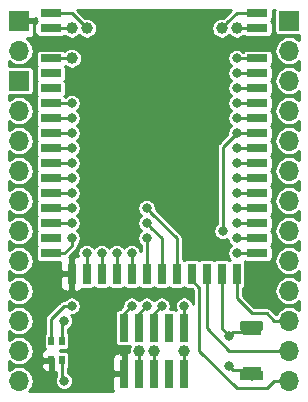
<source format=gbr>
G04 #@! TF.GenerationSoftware,KiCad,Pcbnew,(5.1.0)-1*
G04 #@! TF.CreationDate,2019-03-29T02:28:53-07:00*
G04 #@! TF.ProjectId,e73-breakout,6537332d-6272-4656-916b-6f75742e6b69,rev?*
G04 #@! TF.SameCoordinates,Original*
G04 #@! TF.FileFunction,Copper,L1,Top*
G04 #@! TF.FilePolarity,Positive*
%FSLAX46Y46*%
G04 Gerber Fmt 4.6, Leading zero omitted, Abs format (unit mm)*
G04 Created by KiCad (PCBNEW (5.1.0)-1) date 2019-03-29 02:28:53*
%MOMM*%
%LPD*%
G04 APERTURE LIST*
%ADD10R,0.740000X2.400000*%
%ADD11R,1.800000X0.700000*%
%ADD12R,0.700000X1.800000*%
%ADD13O,1.700000X1.700000*%
%ADD14R,1.700000X1.700000*%
%ADD15R,0.500000X0.800000*%
%ADD16R,1.500000X0.550000*%
%ADD17C,0.100000*%
%ADD18C,0.800000*%
%ADD19C,1.000000*%
%ADD20C,0.250000*%
%ADD21C,0.254000*%
G04 APERTURE END LIST*
D10*
X97460000Y-118460000D03*
X97460000Y-114560000D03*
X98730000Y-118460000D03*
X98730000Y-114560000D03*
X100000000Y-118460000D03*
X100000000Y-114560000D03*
X101270000Y-118460000D03*
X101270000Y-114560000D03*
X102540000Y-118460000D03*
X102540000Y-114560000D03*
D11*
X91250000Y-87935000D03*
X91250000Y-89205000D03*
X91250000Y-91745000D03*
X91250000Y-93015000D03*
X91250000Y-94285000D03*
X91250000Y-95555000D03*
X91250000Y-96825000D03*
X91250000Y-98095000D03*
X91250000Y-99365000D03*
X91250000Y-100635000D03*
X91250000Y-101905000D03*
X91250000Y-103175000D03*
X91250000Y-104445000D03*
X91250000Y-105715000D03*
X91250000Y-106985000D03*
X91250000Y-108255000D03*
D12*
X93015000Y-110005000D03*
X94285000Y-110005000D03*
X95555000Y-110005000D03*
X96825000Y-110005000D03*
X98095000Y-110005000D03*
X99365000Y-110005000D03*
X100635000Y-110005000D03*
X101905000Y-110005000D03*
X103175000Y-110005000D03*
X104445000Y-110005000D03*
X105715000Y-110005000D03*
X106985000Y-110005000D03*
D11*
X108750000Y-108255000D03*
X108750000Y-106985000D03*
X108750000Y-105715000D03*
X108750000Y-104445000D03*
X108750000Y-103175000D03*
X108750000Y-101905000D03*
X108750000Y-100635000D03*
X108750000Y-99365000D03*
X108750000Y-98095000D03*
X108750000Y-96825000D03*
X108750000Y-95555000D03*
X108750000Y-94285000D03*
X108750000Y-93015000D03*
X108750000Y-91745000D03*
X108750000Y-89205000D03*
X108750000Y-87935000D03*
D13*
X111430000Y-119050000D03*
X111430000Y-116510000D03*
X111430000Y-113970000D03*
X111430000Y-111430000D03*
X111430000Y-108890000D03*
X111430000Y-106350000D03*
X111430000Y-103810000D03*
X111430000Y-101270000D03*
X111430000Y-98730000D03*
X111430000Y-96190000D03*
X111430000Y-93650000D03*
X111430000Y-91110000D03*
D14*
X111430000Y-88570000D03*
D15*
X91295000Y-115710000D03*
X92195000Y-115710000D03*
X92195000Y-117310000D03*
X91295000Y-117310000D03*
D16*
X108255000Y-114885000D03*
X108255000Y-118135000D03*
D14*
X88570000Y-88570000D03*
D13*
X88570000Y-91110000D03*
D14*
X88570000Y-93650000D03*
D13*
X88570000Y-96190000D03*
X88570000Y-98730000D03*
X88570000Y-101270000D03*
X88570000Y-103810000D03*
X88570000Y-106350000D03*
X88570000Y-108890000D03*
X88570000Y-111430000D03*
X88570000Y-113970000D03*
X88570000Y-116510000D03*
X88570000Y-119050000D03*
D17*
G36*
X109074603Y-118210963D02*
G01*
X109094018Y-118213843D01*
X109113057Y-118218612D01*
X109131537Y-118225224D01*
X109149279Y-118233616D01*
X109166114Y-118243706D01*
X109181879Y-118255398D01*
X109196421Y-118268579D01*
X109209602Y-118283121D01*
X109221294Y-118298886D01*
X109231384Y-118315721D01*
X109239776Y-118333463D01*
X109246388Y-118351943D01*
X109251157Y-118370982D01*
X109254037Y-118390397D01*
X109255000Y-118410000D01*
X109255000Y-118810000D01*
X109254037Y-118829603D01*
X109251157Y-118849018D01*
X109246388Y-118868057D01*
X109239776Y-118886537D01*
X109231384Y-118904279D01*
X109221294Y-118921114D01*
X109209602Y-118936879D01*
X109196421Y-118951421D01*
X109181879Y-118964602D01*
X109166114Y-118976294D01*
X109149279Y-118986384D01*
X109131537Y-118994776D01*
X109113057Y-119001388D01*
X109094018Y-119006157D01*
X109074603Y-119009037D01*
X109055000Y-119010000D01*
X107455000Y-119010000D01*
X107435397Y-119009037D01*
X107415982Y-119006157D01*
X107396943Y-119001388D01*
X107378463Y-118994776D01*
X107360721Y-118986384D01*
X107343886Y-118976294D01*
X107328121Y-118964602D01*
X107313579Y-118951421D01*
X107300398Y-118936879D01*
X107288706Y-118921114D01*
X107278616Y-118904279D01*
X107270224Y-118886537D01*
X107263612Y-118868057D01*
X107258843Y-118849018D01*
X107255963Y-118829603D01*
X107255000Y-118810000D01*
X107255000Y-118410000D01*
X107255963Y-118390397D01*
X107258843Y-118370982D01*
X107263612Y-118351943D01*
X107270224Y-118333463D01*
X107278616Y-118315721D01*
X107288706Y-118298886D01*
X107300398Y-118283121D01*
X107313579Y-118268579D01*
X107328121Y-118255398D01*
X107343886Y-118243706D01*
X107360721Y-118233616D01*
X107378463Y-118225224D01*
X107396943Y-118218612D01*
X107415982Y-118213843D01*
X107435397Y-118210963D01*
X107455000Y-118210000D01*
X109055000Y-118210000D01*
X109074603Y-118210963D01*
X109074603Y-118210963D01*
G37*
D18*
X108255000Y-118610000D03*
D17*
G36*
X109074603Y-114010963D02*
G01*
X109094018Y-114013843D01*
X109113057Y-114018612D01*
X109131537Y-114025224D01*
X109149279Y-114033616D01*
X109166114Y-114043706D01*
X109181879Y-114055398D01*
X109196421Y-114068579D01*
X109209602Y-114083121D01*
X109221294Y-114098886D01*
X109231384Y-114115721D01*
X109239776Y-114133463D01*
X109246388Y-114151943D01*
X109251157Y-114170982D01*
X109254037Y-114190397D01*
X109255000Y-114210000D01*
X109255000Y-114610000D01*
X109254037Y-114629603D01*
X109251157Y-114649018D01*
X109246388Y-114668057D01*
X109239776Y-114686537D01*
X109231384Y-114704279D01*
X109221294Y-114721114D01*
X109209602Y-114736879D01*
X109196421Y-114751421D01*
X109181879Y-114764602D01*
X109166114Y-114776294D01*
X109149279Y-114786384D01*
X109131537Y-114794776D01*
X109113057Y-114801388D01*
X109094018Y-114806157D01*
X109074603Y-114809037D01*
X109055000Y-114810000D01*
X107455000Y-114810000D01*
X107435397Y-114809037D01*
X107415982Y-114806157D01*
X107396943Y-114801388D01*
X107378463Y-114794776D01*
X107360721Y-114786384D01*
X107343886Y-114776294D01*
X107328121Y-114764602D01*
X107313579Y-114751421D01*
X107300398Y-114736879D01*
X107288706Y-114721114D01*
X107278616Y-114704279D01*
X107270224Y-114686537D01*
X107263612Y-114668057D01*
X107258843Y-114649018D01*
X107255963Y-114629603D01*
X107255000Y-114610000D01*
X107255000Y-114210000D01*
X107255963Y-114190397D01*
X107258843Y-114170982D01*
X107263612Y-114151943D01*
X107270224Y-114133463D01*
X107278616Y-114115721D01*
X107288706Y-114098886D01*
X107300398Y-114083121D01*
X107313579Y-114068579D01*
X107328121Y-114055398D01*
X107343886Y-114043706D01*
X107360721Y-114033616D01*
X107378463Y-114025224D01*
X107396943Y-114018612D01*
X107415982Y-114013843D01*
X107435397Y-114010963D01*
X107455000Y-114010000D01*
X109055000Y-114010000D01*
X109074603Y-114010963D01*
X109074603Y-114010963D01*
G37*
D18*
X108255000Y-114410000D03*
D19*
X97460000Y-116510000D03*
X100000000Y-102032000D03*
X106985000Y-89205000D03*
X93015000Y-89205000D03*
X93015000Y-91745000D03*
X100000000Y-116510000D03*
X98730000Y-116510000D03*
X102540000Y-116510000D03*
D18*
X106350000Y-117780000D03*
X93015000Y-106985000D03*
D19*
X94285000Y-89205000D03*
X105715000Y-89205000D03*
D18*
X93015000Y-104445000D03*
X106985000Y-95555000D03*
X98095000Y-112700000D03*
X106985000Y-96825000D03*
X99365000Y-112700000D03*
X106985000Y-101905000D03*
X100635000Y-112700000D03*
X102540000Y-112700000D03*
X106985000Y-98095000D03*
X105805000Y-106350000D03*
X93015000Y-105715000D03*
X93015000Y-112700000D03*
X92380026Y-113970000D03*
X92380000Y-119050000D03*
X106985000Y-108255000D03*
X106985000Y-106985000D03*
X106985000Y-105715000D03*
X106985000Y-104445000D03*
X106985000Y-103175000D03*
X106985000Y-100635000D03*
X106985000Y-99365000D03*
X106985000Y-94285000D03*
X106985000Y-93015000D03*
X106985000Y-91745000D03*
X93015000Y-95555000D03*
X93015000Y-96825000D03*
X93015000Y-98095000D03*
X93015000Y-99365000D03*
X93015000Y-100635000D03*
X93015000Y-101905000D03*
X93015000Y-103175000D03*
X94285000Y-108255000D03*
X95555000Y-108255000D03*
X96825000Y-108255000D03*
X98095000Y-108255000D03*
X99365000Y-106985000D03*
X99365000Y-105715000D03*
X99365000Y-104445000D03*
X106350000Y-115240000D03*
D20*
X97460000Y-118460000D02*
X97460000Y-116510000D01*
X88570000Y-88570000D02*
X89840000Y-88570000D01*
X89840000Y-88570000D02*
X89840000Y-90475000D01*
X108750000Y-89205000D02*
X106985000Y-89205000D01*
X91250000Y-89205000D02*
X93015000Y-89205000D01*
X91250000Y-91745000D02*
X93015000Y-91745000D01*
X100000000Y-118460000D02*
X100000000Y-116510000D01*
X98730000Y-118460000D02*
X98730000Y-116510000D01*
X102540000Y-118460000D02*
X102540000Y-116510000D01*
X108255000Y-118135000D02*
X106705000Y-118135000D01*
X106705000Y-118135000D02*
X106350000Y-117780000D01*
X93015000Y-107620000D02*
X93015000Y-106985000D01*
X91250000Y-108255000D02*
X92380000Y-108255000D01*
X92380000Y-108255000D02*
X93015000Y-107620000D01*
X93015000Y-87935000D02*
X94285000Y-89205000D01*
X91250000Y-87935000D02*
X93015000Y-87935000D01*
X106985000Y-87935000D02*
X106214999Y-88705001D01*
X108750000Y-87935000D02*
X106985000Y-87935000D01*
X106214999Y-88705001D02*
X105715000Y-89205000D01*
X108255000Y-118610000D02*
X108255000Y-118135000D01*
X91250000Y-104445000D02*
X93015000Y-104445000D01*
X109525000Y-119685000D02*
X109534890Y-119694890D01*
X106985000Y-119685000D02*
X109525000Y-119685000D01*
X103810000Y-116510000D02*
X106985000Y-119685000D01*
X103810000Y-111190000D02*
X103810000Y-116510000D01*
X103175000Y-110005000D02*
X103175000Y-110555000D01*
X103175000Y-110555000D02*
X103810000Y-111190000D01*
X109525000Y-119685000D02*
X110160000Y-119050000D01*
X110160000Y-119050000D02*
X111430000Y-119050000D01*
X110227919Y-116510000D02*
X111430000Y-116510000D01*
X106350000Y-116510000D02*
X110227919Y-116510000D01*
X104445000Y-110005000D02*
X104445000Y-114605000D01*
X104445000Y-114605000D02*
X106350000Y-116510000D01*
X108750000Y-95555000D02*
X106985000Y-95555000D01*
X97460000Y-114560000D02*
X97460000Y-113730000D01*
X97460000Y-114560000D02*
X97460000Y-113335000D01*
X97460000Y-113335000D02*
X98095000Y-112700000D01*
X108750000Y-96825000D02*
X106985000Y-96825000D01*
X98730000Y-114560000D02*
X98730000Y-113730000D01*
X98730000Y-114560000D02*
X98730000Y-113335000D01*
X98730000Y-113335000D02*
X99365000Y-112700000D01*
X108750000Y-101905000D02*
X106985000Y-101905000D01*
X100000000Y-114560000D02*
X100000000Y-113335000D01*
X100000000Y-113335000D02*
X100635000Y-112700000D01*
X100000000Y-114560000D02*
X100000000Y-113730000D01*
X102540000Y-114560000D02*
X102540000Y-112700000D01*
X108750000Y-98095000D02*
X106985000Y-98095000D01*
X106985000Y-98095000D02*
X105805000Y-99275000D01*
X105805000Y-99275000D02*
X105805000Y-99455000D01*
X105805000Y-99455000D02*
X105805000Y-106350000D01*
X91250000Y-105715000D02*
X93015000Y-105715000D01*
X92380000Y-112700000D02*
X93015000Y-112700000D01*
X91295000Y-115710000D02*
X91295000Y-113785000D01*
X91295000Y-113785000D02*
X92380000Y-112700000D01*
X92195000Y-115710000D02*
X92195000Y-114155026D01*
X92195000Y-114155026D02*
X92380026Y-113970000D01*
X92195000Y-118865000D02*
X92380000Y-119050000D01*
X92195000Y-117310000D02*
X92195000Y-118865000D01*
X106985000Y-112065000D02*
X106985000Y-110005000D01*
X111430000Y-113970000D02*
X110160000Y-113970000D01*
X110160000Y-113970000D02*
X109525000Y-113335000D01*
X109525000Y-113335000D02*
X108255000Y-113335000D01*
X108255000Y-113335000D02*
X106985000Y-112065000D01*
X108750000Y-108255000D02*
X106985000Y-108255000D01*
X108750000Y-106985000D02*
X106985000Y-106985000D01*
X108750000Y-105715000D02*
X106985000Y-105715000D01*
X108750000Y-104445000D02*
X106985000Y-104445000D01*
X108750000Y-103175000D02*
X106985000Y-103175000D01*
X108750000Y-100635000D02*
X106985000Y-100635000D01*
X108750000Y-99365000D02*
X106985000Y-99365000D01*
X108750000Y-94285000D02*
X106985000Y-94285000D01*
X108750000Y-93015000D02*
X106985000Y-93015000D01*
X108750000Y-91745000D02*
X106985000Y-91745000D01*
X91250000Y-95555000D02*
X93015000Y-95555000D01*
X91250000Y-96825000D02*
X93015000Y-96825000D01*
X91250000Y-98095000D02*
X93015000Y-98095000D01*
X91250000Y-99365000D02*
X93015000Y-99365000D01*
X91250000Y-100635000D02*
X93015000Y-100635000D01*
X91250000Y-101905000D02*
X93015000Y-101905000D01*
X91250000Y-103175000D02*
X93015000Y-103175000D01*
X94285000Y-110005000D02*
X94285000Y-108255000D01*
X95555000Y-110005000D02*
X95555000Y-108255000D01*
X96825000Y-110005000D02*
X96825000Y-108255000D01*
X98095000Y-110005000D02*
X98095000Y-108255000D01*
X99365000Y-110005000D02*
X99365000Y-106985000D01*
X99764999Y-106114999D02*
X99365000Y-105715000D01*
X100635000Y-110005000D02*
X100635000Y-106985000D01*
X100635000Y-106985000D02*
X99764999Y-106114999D01*
X101905000Y-110005000D02*
X101905000Y-106985000D01*
X101905000Y-106985000D02*
X99764999Y-104844999D01*
X99764999Y-104844999D02*
X99365000Y-104445000D01*
X108255000Y-114885000D02*
X108255000Y-114410000D01*
X108255000Y-114885000D02*
X106705000Y-114885000D01*
X106705000Y-114885000D02*
X106350000Y-115240000D01*
X105715000Y-114605000D02*
X106350000Y-115240000D01*
X105715000Y-110005000D02*
X105715000Y-114605000D01*
D21*
G36*
X105874782Y-88329627D02*
G01*
X105874777Y-88329631D01*
X105867361Y-88337047D01*
X105801771Y-88324000D01*
X105628229Y-88324000D01*
X105458022Y-88357856D01*
X105297690Y-88424268D01*
X105153395Y-88520682D01*
X105030682Y-88643395D01*
X104934268Y-88787690D01*
X104867856Y-88948022D01*
X104834000Y-89118229D01*
X104834000Y-89291771D01*
X104867856Y-89461978D01*
X104934268Y-89622310D01*
X105030682Y-89766605D01*
X105153395Y-89889318D01*
X105297690Y-89985732D01*
X105458022Y-90052144D01*
X105628229Y-90086000D01*
X105801771Y-90086000D01*
X105971978Y-90052144D01*
X106132310Y-89985732D01*
X106276605Y-89889318D01*
X106350000Y-89815923D01*
X106423395Y-89889318D01*
X106567690Y-89985732D01*
X106728022Y-90052144D01*
X106898229Y-90086000D01*
X107071771Y-90086000D01*
X107241978Y-90052144D01*
X107402310Y-89985732D01*
X107546605Y-89889318D01*
X107596273Y-89839650D01*
X107637304Y-89873322D01*
X107703492Y-89908701D01*
X107775311Y-89930487D01*
X107850000Y-89937843D01*
X109650000Y-89937843D01*
X109724689Y-89930487D01*
X109796508Y-89908701D01*
X109862696Y-89873322D01*
X109920711Y-89825711D01*
X109968322Y-89767696D01*
X110003701Y-89701508D01*
X110025487Y-89629689D01*
X110032843Y-89555000D01*
X110032843Y-88855000D01*
X110025487Y-88780311D01*
X110003701Y-88708492D01*
X109968322Y-88642304D01*
X109920711Y-88584289D01*
X109903300Y-88570000D01*
X109920711Y-88555711D01*
X109968322Y-88497696D01*
X110003701Y-88431508D01*
X110025487Y-88359689D01*
X110032843Y-88285000D01*
X110032843Y-87706000D01*
X110198536Y-87706000D01*
X110197157Y-87720000D01*
X110197157Y-89420000D01*
X110204513Y-89494689D01*
X110226299Y-89566508D01*
X110261678Y-89632696D01*
X110309289Y-89690711D01*
X110367304Y-89738322D01*
X110433492Y-89773701D01*
X110505311Y-89795487D01*
X110580000Y-89802843D01*
X112280000Y-89802843D01*
X112294001Y-89801464D01*
X112294001Y-90226592D01*
X112117216Y-90081509D01*
X111903363Y-89967202D01*
X111671318Y-89896812D01*
X111490472Y-89879000D01*
X111369528Y-89879000D01*
X111188682Y-89896812D01*
X110956637Y-89967202D01*
X110742784Y-90081509D01*
X110555340Y-90235340D01*
X110401509Y-90422784D01*
X110287202Y-90636637D01*
X110216812Y-90868682D01*
X110193044Y-91110000D01*
X110216812Y-91351318D01*
X110287202Y-91583363D01*
X110401509Y-91797216D01*
X110555340Y-91984660D01*
X110742784Y-92138491D01*
X110956637Y-92252798D01*
X111188682Y-92323188D01*
X111369528Y-92341000D01*
X111490472Y-92341000D01*
X111671318Y-92323188D01*
X111903363Y-92252798D01*
X112117216Y-92138491D01*
X112294001Y-91993408D01*
X112294001Y-92766592D01*
X112117216Y-92621509D01*
X111903363Y-92507202D01*
X111671318Y-92436812D01*
X111490472Y-92419000D01*
X111369528Y-92419000D01*
X111188682Y-92436812D01*
X110956637Y-92507202D01*
X110742784Y-92621509D01*
X110555340Y-92775340D01*
X110401509Y-92962784D01*
X110287202Y-93176637D01*
X110216812Y-93408682D01*
X110193044Y-93650000D01*
X110216812Y-93891318D01*
X110287202Y-94123363D01*
X110401509Y-94337216D01*
X110555340Y-94524660D01*
X110742784Y-94678491D01*
X110956637Y-94792798D01*
X111188682Y-94863188D01*
X111369528Y-94881000D01*
X111490472Y-94881000D01*
X111671318Y-94863188D01*
X111903363Y-94792798D01*
X112117216Y-94678491D01*
X112294001Y-94533408D01*
X112294001Y-95306592D01*
X112117216Y-95161509D01*
X111903363Y-95047202D01*
X111671318Y-94976812D01*
X111490472Y-94959000D01*
X111369528Y-94959000D01*
X111188682Y-94976812D01*
X110956637Y-95047202D01*
X110742784Y-95161509D01*
X110555340Y-95315340D01*
X110401509Y-95502784D01*
X110287202Y-95716637D01*
X110216812Y-95948682D01*
X110193044Y-96190000D01*
X110216812Y-96431318D01*
X110287202Y-96663363D01*
X110401509Y-96877216D01*
X110555340Y-97064660D01*
X110742784Y-97218491D01*
X110956637Y-97332798D01*
X111188682Y-97403188D01*
X111369528Y-97421000D01*
X111490472Y-97421000D01*
X111671318Y-97403188D01*
X111903363Y-97332798D01*
X112117216Y-97218491D01*
X112294001Y-97073408D01*
X112294001Y-97846592D01*
X112117216Y-97701509D01*
X111903363Y-97587202D01*
X111671318Y-97516812D01*
X111490472Y-97499000D01*
X111369528Y-97499000D01*
X111188682Y-97516812D01*
X110956637Y-97587202D01*
X110742784Y-97701509D01*
X110555340Y-97855340D01*
X110401509Y-98042784D01*
X110287202Y-98256637D01*
X110216812Y-98488682D01*
X110193044Y-98730000D01*
X110216812Y-98971318D01*
X110287202Y-99203363D01*
X110401509Y-99417216D01*
X110555340Y-99604660D01*
X110742784Y-99758491D01*
X110956637Y-99872798D01*
X111188682Y-99943188D01*
X111369528Y-99961000D01*
X111490472Y-99961000D01*
X111671318Y-99943188D01*
X111903363Y-99872798D01*
X112117216Y-99758491D01*
X112294001Y-99613408D01*
X112294001Y-100386592D01*
X112117216Y-100241509D01*
X111903363Y-100127202D01*
X111671318Y-100056812D01*
X111490472Y-100039000D01*
X111369528Y-100039000D01*
X111188682Y-100056812D01*
X110956637Y-100127202D01*
X110742784Y-100241509D01*
X110555340Y-100395340D01*
X110401509Y-100582784D01*
X110287202Y-100796637D01*
X110216812Y-101028682D01*
X110193044Y-101270000D01*
X110216812Y-101511318D01*
X110287202Y-101743363D01*
X110401509Y-101957216D01*
X110555340Y-102144660D01*
X110742784Y-102298491D01*
X110956637Y-102412798D01*
X111188682Y-102483188D01*
X111369528Y-102501000D01*
X111490472Y-102501000D01*
X111671318Y-102483188D01*
X111903363Y-102412798D01*
X112117216Y-102298491D01*
X112294001Y-102153408D01*
X112294001Y-102926592D01*
X112117216Y-102781509D01*
X111903363Y-102667202D01*
X111671318Y-102596812D01*
X111490472Y-102579000D01*
X111369528Y-102579000D01*
X111188682Y-102596812D01*
X110956637Y-102667202D01*
X110742784Y-102781509D01*
X110555340Y-102935340D01*
X110401509Y-103122784D01*
X110287202Y-103336637D01*
X110216812Y-103568682D01*
X110193044Y-103810000D01*
X110216812Y-104051318D01*
X110287202Y-104283363D01*
X110401509Y-104497216D01*
X110555340Y-104684660D01*
X110742784Y-104838491D01*
X110956637Y-104952798D01*
X111188682Y-105023188D01*
X111369528Y-105041000D01*
X111490472Y-105041000D01*
X111671318Y-105023188D01*
X111903363Y-104952798D01*
X112117216Y-104838491D01*
X112294000Y-104693408D01*
X112294000Y-105466592D01*
X112117216Y-105321509D01*
X111903363Y-105207202D01*
X111671318Y-105136812D01*
X111490472Y-105119000D01*
X111369528Y-105119000D01*
X111188682Y-105136812D01*
X110956637Y-105207202D01*
X110742784Y-105321509D01*
X110555340Y-105475340D01*
X110401509Y-105662784D01*
X110287202Y-105876637D01*
X110216812Y-106108682D01*
X110193044Y-106350000D01*
X110216812Y-106591318D01*
X110287202Y-106823363D01*
X110401509Y-107037216D01*
X110555340Y-107224660D01*
X110742784Y-107378491D01*
X110956637Y-107492798D01*
X111188682Y-107563188D01*
X111369528Y-107581000D01*
X111490472Y-107581000D01*
X111671318Y-107563188D01*
X111903363Y-107492798D01*
X112117216Y-107378491D01*
X112294000Y-107233408D01*
X112294000Y-108006592D01*
X112117216Y-107861509D01*
X111903363Y-107747202D01*
X111671318Y-107676812D01*
X111490472Y-107659000D01*
X111369528Y-107659000D01*
X111188682Y-107676812D01*
X110956637Y-107747202D01*
X110742784Y-107861509D01*
X110555340Y-108015340D01*
X110401509Y-108202784D01*
X110287202Y-108416637D01*
X110216812Y-108648682D01*
X110193044Y-108890000D01*
X110216812Y-109131318D01*
X110287202Y-109363363D01*
X110401509Y-109577216D01*
X110555340Y-109764660D01*
X110742784Y-109918491D01*
X110956637Y-110032798D01*
X111188682Y-110103188D01*
X111369528Y-110121000D01*
X111490472Y-110121000D01*
X111671318Y-110103188D01*
X111903363Y-110032798D01*
X112117216Y-109918491D01*
X112294000Y-109773408D01*
X112294000Y-110546592D01*
X112117216Y-110401509D01*
X111903363Y-110287202D01*
X111671318Y-110216812D01*
X111490472Y-110199000D01*
X111369528Y-110199000D01*
X111188682Y-110216812D01*
X110956637Y-110287202D01*
X110742784Y-110401509D01*
X110555340Y-110555340D01*
X110401509Y-110742784D01*
X110287202Y-110956637D01*
X110216812Y-111188682D01*
X110193044Y-111430000D01*
X110216812Y-111671318D01*
X110287202Y-111903363D01*
X110401509Y-112117216D01*
X110555340Y-112304660D01*
X110742784Y-112458491D01*
X110956637Y-112572798D01*
X111188682Y-112643188D01*
X111369528Y-112661000D01*
X111490472Y-112661000D01*
X111671318Y-112643188D01*
X111903363Y-112572798D01*
X112117216Y-112458491D01*
X112294000Y-112313408D01*
X112294000Y-113086592D01*
X112117216Y-112941509D01*
X111903363Y-112827202D01*
X111671318Y-112756812D01*
X111490472Y-112739000D01*
X111369528Y-112739000D01*
X111188682Y-112756812D01*
X110956637Y-112827202D01*
X110742784Y-112941509D01*
X110555340Y-113095340D01*
X110401509Y-113282784D01*
X110327269Y-113421677D01*
X109900376Y-112994785D01*
X109884527Y-112975473D01*
X109807479Y-112912241D01*
X109719575Y-112865255D01*
X109624193Y-112836322D01*
X109549854Y-112829000D01*
X109549846Y-112829000D01*
X109525000Y-112826553D01*
X109500154Y-112829000D01*
X108464592Y-112829000D01*
X107491000Y-111855409D01*
X107491000Y-111253627D01*
X107547696Y-111223322D01*
X107605711Y-111175711D01*
X107653322Y-111117696D01*
X107688701Y-111051508D01*
X107710487Y-110979689D01*
X107717843Y-110905000D01*
X107717843Y-109105000D01*
X107710487Y-109030311D01*
X107688701Y-108958492D01*
X107682941Y-108947716D01*
X107703492Y-108958701D01*
X107775311Y-108980487D01*
X107850000Y-108987843D01*
X109650000Y-108987843D01*
X109724689Y-108980487D01*
X109796508Y-108958701D01*
X109862696Y-108923322D01*
X109920711Y-108875711D01*
X109968322Y-108817696D01*
X110003701Y-108751508D01*
X110025487Y-108679689D01*
X110032843Y-108605000D01*
X110032843Y-107905000D01*
X110025487Y-107830311D01*
X110003701Y-107758492D01*
X109968322Y-107692304D01*
X109920711Y-107634289D01*
X109903300Y-107620000D01*
X109920711Y-107605711D01*
X109968322Y-107547696D01*
X110003701Y-107481508D01*
X110025487Y-107409689D01*
X110032843Y-107335000D01*
X110032843Y-106635000D01*
X110025487Y-106560311D01*
X110003701Y-106488492D01*
X109968322Y-106422304D01*
X109920711Y-106364289D01*
X109903300Y-106350000D01*
X109920711Y-106335711D01*
X109968322Y-106277696D01*
X110003701Y-106211508D01*
X110025487Y-106139689D01*
X110032843Y-106065000D01*
X110032843Y-105365000D01*
X110025487Y-105290311D01*
X110003701Y-105218492D01*
X109968322Y-105152304D01*
X109920711Y-105094289D01*
X109903300Y-105080000D01*
X109920711Y-105065711D01*
X109968322Y-105007696D01*
X110003701Y-104941508D01*
X110025487Y-104869689D01*
X110032843Y-104795000D01*
X110032843Y-104095000D01*
X110025487Y-104020311D01*
X110003701Y-103948492D01*
X109968322Y-103882304D01*
X109920711Y-103824289D01*
X109903300Y-103810000D01*
X109920711Y-103795711D01*
X109968322Y-103737696D01*
X110003701Y-103671508D01*
X110025487Y-103599689D01*
X110032843Y-103525000D01*
X110032843Y-102825000D01*
X110025487Y-102750311D01*
X110003701Y-102678492D01*
X109968322Y-102612304D01*
X109920711Y-102554289D01*
X109903300Y-102540000D01*
X109920711Y-102525711D01*
X109968322Y-102467696D01*
X110003701Y-102401508D01*
X110025487Y-102329689D01*
X110032843Y-102255000D01*
X110032843Y-101555000D01*
X110025487Y-101480311D01*
X110003701Y-101408492D01*
X109968322Y-101342304D01*
X109920711Y-101284289D01*
X109903300Y-101270000D01*
X109920711Y-101255711D01*
X109968322Y-101197696D01*
X110003701Y-101131508D01*
X110025487Y-101059689D01*
X110032843Y-100985000D01*
X110032843Y-100285000D01*
X110025487Y-100210311D01*
X110003701Y-100138492D01*
X109968322Y-100072304D01*
X109920711Y-100014289D01*
X109903300Y-100000000D01*
X109920711Y-99985711D01*
X109968322Y-99927696D01*
X110003701Y-99861508D01*
X110025487Y-99789689D01*
X110032843Y-99715000D01*
X110032843Y-99015000D01*
X110025487Y-98940311D01*
X110003701Y-98868492D01*
X109968322Y-98802304D01*
X109920711Y-98744289D01*
X109903300Y-98730000D01*
X109920711Y-98715711D01*
X109968322Y-98657696D01*
X110003701Y-98591508D01*
X110025487Y-98519689D01*
X110032843Y-98445000D01*
X110032843Y-97745000D01*
X110025487Y-97670311D01*
X110003701Y-97598492D01*
X109968322Y-97532304D01*
X109920711Y-97474289D01*
X109903300Y-97460000D01*
X109920711Y-97445711D01*
X109968322Y-97387696D01*
X110003701Y-97321508D01*
X110025487Y-97249689D01*
X110032843Y-97175000D01*
X110032843Y-96475000D01*
X110025487Y-96400311D01*
X110003701Y-96328492D01*
X109968322Y-96262304D01*
X109920711Y-96204289D01*
X109903300Y-96190000D01*
X109920711Y-96175711D01*
X109968322Y-96117696D01*
X110003701Y-96051508D01*
X110025487Y-95979689D01*
X110032843Y-95905000D01*
X110032843Y-95205000D01*
X110025487Y-95130311D01*
X110003701Y-95058492D01*
X109968322Y-94992304D01*
X109920711Y-94934289D01*
X109903300Y-94920000D01*
X109920711Y-94905711D01*
X109968322Y-94847696D01*
X110003701Y-94781508D01*
X110025487Y-94709689D01*
X110032843Y-94635000D01*
X110032843Y-93935000D01*
X110025487Y-93860311D01*
X110003701Y-93788492D01*
X109968322Y-93722304D01*
X109920711Y-93664289D01*
X109903300Y-93650000D01*
X109920711Y-93635711D01*
X109968322Y-93577696D01*
X110003701Y-93511508D01*
X110025487Y-93439689D01*
X110032843Y-93365000D01*
X110032843Y-92665000D01*
X110025487Y-92590311D01*
X110003701Y-92518492D01*
X109968322Y-92452304D01*
X109920711Y-92394289D01*
X109903300Y-92380000D01*
X109920711Y-92365711D01*
X109968322Y-92307696D01*
X110003701Y-92241508D01*
X110025487Y-92169689D01*
X110032843Y-92095000D01*
X110032843Y-91395000D01*
X110025487Y-91320311D01*
X110003701Y-91248492D01*
X109968322Y-91182304D01*
X109920711Y-91124289D01*
X109862696Y-91076678D01*
X109796508Y-91041299D01*
X109724689Y-91019513D01*
X109650000Y-91012157D01*
X107850000Y-91012157D01*
X107775311Y-91019513D01*
X107703492Y-91041299D01*
X107637304Y-91076678D01*
X107579289Y-91124289D01*
X107531678Y-91182304D01*
X107529981Y-91185480D01*
X107482859Y-91138358D01*
X107354942Y-91052887D01*
X107212809Y-90994013D01*
X107061922Y-90964000D01*
X106908078Y-90964000D01*
X106757191Y-90994013D01*
X106615058Y-91052887D01*
X106487141Y-91138358D01*
X106378358Y-91247141D01*
X106292887Y-91375058D01*
X106234013Y-91517191D01*
X106204000Y-91668078D01*
X106204000Y-91821922D01*
X106234013Y-91972809D01*
X106292887Y-92114942D01*
X106378358Y-92242859D01*
X106487141Y-92351642D01*
X106529582Y-92380000D01*
X106487141Y-92408358D01*
X106378358Y-92517141D01*
X106292887Y-92645058D01*
X106234013Y-92787191D01*
X106204000Y-92938078D01*
X106204000Y-93091922D01*
X106234013Y-93242809D01*
X106292887Y-93384942D01*
X106378358Y-93512859D01*
X106487141Y-93621642D01*
X106529582Y-93650000D01*
X106487141Y-93678358D01*
X106378358Y-93787141D01*
X106292887Y-93915058D01*
X106234013Y-94057191D01*
X106204000Y-94208078D01*
X106204000Y-94361922D01*
X106234013Y-94512809D01*
X106292887Y-94654942D01*
X106378358Y-94782859D01*
X106487141Y-94891642D01*
X106529582Y-94920000D01*
X106487141Y-94948358D01*
X106378358Y-95057141D01*
X106292887Y-95185058D01*
X106234013Y-95327191D01*
X106204000Y-95478078D01*
X106204000Y-95631922D01*
X106234013Y-95782809D01*
X106292887Y-95924942D01*
X106378358Y-96052859D01*
X106487141Y-96161642D01*
X106529582Y-96190000D01*
X106487141Y-96218358D01*
X106378358Y-96327141D01*
X106292887Y-96455058D01*
X106234013Y-96597191D01*
X106204000Y-96748078D01*
X106204000Y-96901922D01*
X106234013Y-97052809D01*
X106292887Y-97194942D01*
X106378358Y-97322859D01*
X106487141Y-97431642D01*
X106529582Y-97460000D01*
X106487141Y-97488358D01*
X106378358Y-97597141D01*
X106292887Y-97725058D01*
X106234013Y-97867191D01*
X106204000Y-98018078D01*
X106204000Y-98160408D01*
X105464785Y-98899624D01*
X105445473Y-98915473D01*
X105382241Y-98992521D01*
X105335255Y-99080426D01*
X105306322Y-99175808D01*
X105299000Y-99250147D01*
X105299000Y-99250154D01*
X105296553Y-99275000D01*
X105299000Y-99299846D01*
X105299000Y-99430147D01*
X105299001Y-105751498D01*
X105198358Y-105852141D01*
X105112887Y-105980058D01*
X105054013Y-106122191D01*
X105024000Y-106273078D01*
X105024000Y-106426922D01*
X105054013Y-106577809D01*
X105112887Y-106719942D01*
X105198358Y-106847859D01*
X105307141Y-106956642D01*
X105435058Y-107042113D01*
X105577191Y-107100987D01*
X105728078Y-107131000D01*
X105881922Y-107131000D01*
X106032809Y-107100987D01*
X106174942Y-107042113D01*
X106204000Y-107022697D01*
X106204000Y-107061922D01*
X106234013Y-107212809D01*
X106292887Y-107354942D01*
X106378358Y-107482859D01*
X106487141Y-107591642D01*
X106529582Y-107620000D01*
X106487141Y-107648358D01*
X106378358Y-107757141D01*
X106292887Y-107885058D01*
X106234013Y-108027191D01*
X106204000Y-108178078D01*
X106204000Y-108331922D01*
X106234013Y-108482809D01*
X106292887Y-108624942D01*
X106378358Y-108752859D01*
X106416742Y-108791243D01*
X106364289Y-108834289D01*
X106350000Y-108851700D01*
X106335711Y-108834289D01*
X106277696Y-108786678D01*
X106211508Y-108751299D01*
X106139689Y-108729513D01*
X106065000Y-108722157D01*
X105365000Y-108722157D01*
X105290311Y-108729513D01*
X105218492Y-108751299D01*
X105152304Y-108786678D01*
X105094289Y-108834289D01*
X105080000Y-108851700D01*
X105065711Y-108834289D01*
X105007696Y-108786678D01*
X104941508Y-108751299D01*
X104869689Y-108729513D01*
X104795000Y-108722157D01*
X104095000Y-108722157D01*
X104020311Y-108729513D01*
X103948492Y-108751299D01*
X103882304Y-108786678D01*
X103824289Y-108834289D01*
X103810000Y-108851700D01*
X103795711Y-108834289D01*
X103737696Y-108786678D01*
X103671508Y-108751299D01*
X103599689Y-108729513D01*
X103525000Y-108722157D01*
X102825000Y-108722157D01*
X102750311Y-108729513D01*
X102678492Y-108751299D01*
X102612304Y-108786678D01*
X102554289Y-108834289D01*
X102540000Y-108851700D01*
X102525711Y-108834289D01*
X102467696Y-108786678D01*
X102411000Y-108756373D01*
X102411000Y-107009845D01*
X102413447Y-106984999D01*
X102411000Y-106960153D01*
X102411000Y-106960146D01*
X102403678Y-106885807D01*
X102374745Y-106790425D01*
X102327759Y-106702521D01*
X102264527Y-106625473D01*
X102245220Y-106609628D01*
X100146000Y-104510409D01*
X100146000Y-104368078D01*
X100115987Y-104217191D01*
X100057113Y-104075058D01*
X99971642Y-103947141D01*
X99862859Y-103838358D01*
X99734942Y-103752887D01*
X99592809Y-103694013D01*
X99441922Y-103664000D01*
X99288078Y-103664000D01*
X99137191Y-103694013D01*
X98995058Y-103752887D01*
X98867141Y-103838358D01*
X98758358Y-103947141D01*
X98672887Y-104075058D01*
X98614013Y-104217191D01*
X98584000Y-104368078D01*
X98584000Y-104521922D01*
X98614013Y-104672809D01*
X98672887Y-104814942D01*
X98758358Y-104942859D01*
X98867141Y-105051642D01*
X98909582Y-105080000D01*
X98867141Y-105108358D01*
X98758358Y-105217141D01*
X98672887Y-105345058D01*
X98614013Y-105487191D01*
X98584000Y-105638078D01*
X98584000Y-105791922D01*
X98614013Y-105942809D01*
X98672887Y-106084942D01*
X98758358Y-106212859D01*
X98867141Y-106321642D01*
X98909582Y-106350000D01*
X98867141Y-106378358D01*
X98758358Y-106487141D01*
X98672887Y-106615058D01*
X98614013Y-106757191D01*
X98584000Y-106908078D01*
X98584000Y-107061922D01*
X98614013Y-107212809D01*
X98672887Y-107354942D01*
X98758358Y-107482859D01*
X98859001Y-107583502D01*
X98859001Y-108092616D01*
X98845987Y-108027191D01*
X98787113Y-107885058D01*
X98701642Y-107757141D01*
X98592859Y-107648358D01*
X98464942Y-107562887D01*
X98322809Y-107504013D01*
X98171922Y-107474000D01*
X98018078Y-107474000D01*
X97867191Y-107504013D01*
X97725058Y-107562887D01*
X97597141Y-107648358D01*
X97488358Y-107757141D01*
X97460000Y-107799582D01*
X97431642Y-107757141D01*
X97322859Y-107648358D01*
X97194942Y-107562887D01*
X97052809Y-107504013D01*
X96901922Y-107474000D01*
X96748078Y-107474000D01*
X96597191Y-107504013D01*
X96455058Y-107562887D01*
X96327141Y-107648358D01*
X96218358Y-107757141D01*
X96190000Y-107799582D01*
X96161642Y-107757141D01*
X96052859Y-107648358D01*
X95924942Y-107562887D01*
X95782809Y-107504013D01*
X95631922Y-107474000D01*
X95478078Y-107474000D01*
X95327191Y-107504013D01*
X95185058Y-107562887D01*
X95057141Y-107648358D01*
X94948358Y-107757141D01*
X94920000Y-107799582D01*
X94891642Y-107757141D01*
X94782859Y-107648358D01*
X94654942Y-107562887D01*
X94512809Y-107504013D01*
X94361922Y-107474000D01*
X94208078Y-107474000D01*
X94057191Y-107504013D01*
X93915058Y-107562887D01*
X93787141Y-107648358D01*
X93678358Y-107757141D01*
X93592887Y-107885058D01*
X93534013Y-108027191D01*
X93504000Y-108178078D01*
X93504000Y-108331922D01*
X93534013Y-108482809D01*
X93538697Y-108494117D01*
X93489482Y-108479188D01*
X93365000Y-108466928D01*
X93300750Y-108470000D01*
X93142000Y-108628750D01*
X93142000Y-109878000D01*
X93162000Y-109878000D01*
X93162000Y-110132000D01*
X93142000Y-110132000D01*
X93142000Y-111381250D01*
X93300750Y-111540000D01*
X93365000Y-111543072D01*
X93489482Y-111530812D01*
X93609180Y-111494502D01*
X93719494Y-111435537D01*
X93816185Y-111356185D01*
X93876963Y-111282127D01*
X93935000Y-111287843D01*
X94635000Y-111287843D01*
X94709689Y-111280487D01*
X94781508Y-111258701D01*
X94847696Y-111223322D01*
X94905711Y-111175711D01*
X94920000Y-111158300D01*
X94934289Y-111175711D01*
X94992304Y-111223322D01*
X95058492Y-111258701D01*
X95130311Y-111280487D01*
X95205000Y-111287843D01*
X95905000Y-111287843D01*
X95979689Y-111280487D01*
X96051508Y-111258701D01*
X96117696Y-111223322D01*
X96175711Y-111175711D01*
X96190000Y-111158300D01*
X96204289Y-111175711D01*
X96262304Y-111223322D01*
X96328492Y-111258701D01*
X96400311Y-111280487D01*
X96475000Y-111287843D01*
X97175000Y-111287843D01*
X97249689Y-111280487D01*
X97321508Y-111258701D01*
X97387696Y-111223322D01*
X97445711Y-111175711D01*
X97460000Y-111158300D01*
X97474289Y-111175711D01*
X97532304Y-111223322D01*
X97598492Y-111258701D01*
X97670311Y-111280487D01*
X97745000Y-111287843D01*
X98445000Y-111287843D01*
X98519689Y-111280487D01*
X98591508Y-111258701D01*
X98657696Y-111223322D01*
X98715711Y-111175711D01*
X98730000Y-111158300D01*
X98744289Y-111175711D01*
X98802304Y-111223322D01*
X98868492Y-111258701D01*
X98940311Y-111280487D01*
X99015000Y-111287843D01*
X99715000Y-111287843D01*
X99789689Y-111280487D01*
X99861508Y-111258701D01*
X99927696Y-111223322D01*
X99985711Y-111175711D01*
X100000000Y-111158300D01*
X100014289Y-111175711D01*
X100072304Y-111223322D01*
X100138492Y-111258701D01*
X100210311Y-111280487D01*
X100285000Y-111287843D01*
X100985000Y-111287843D01*
X101059689Y-111280487D01*
X101131508Y-111258701D01*
X101197696Y-111223322D01*
X101255711Y-111175711D01*
X101270000Y-111158300D01*
X101284289Y-111175711D01*
X101342304Y-111223322D01*
X101408492Y-111258701D01*
X101480311Y-111280487D01*
X101555000Y-111287843D01*
X102255000Y-111287843D01*
X102329689Y-111280487D01*
X102401508Y-111258701D01*
X102467696Y-111223322D01*
X102525711Y-111175711D01*
X102540000Y-111158300D01*
X102554289Y-111175711D01*
X102612304Y-111223322D01*
X102678492Y-111258701D01*
X102750311Y-111280487D01*
X102825000Y-111287843D01*
X103192251Y-111287843D01*
X103304000Y-111399592D01*
X103304000Y-112537614D01*
X103290987Y-112472191D01*
X103232113Y-112330058D01*
X103146642Y-112202141D01*
X103037859Y-112093358D01*
X102909942Y-112007887D01*
X102767809Y-111949013D01*
X102616922Y-111919000D01*
X102463078Y-111919000D01*
X102312191Y-111949013D01*
X102170058Y-112007887D01*
X102042141Y-112093358D01*
X101933358Y-112202141D01*
X101847887Y-112330058D01*
X101789013Y-112472191D01*
X101759000Y-112623078D01*
X101759000Y-112776922D01*
X101789013Y-112927809D01*
X101831483Y-113030339D01*
X101786508Y-113006299D01*
X101714689Y-112984513D01*
X101640000Y-112977157D01*
X101365546Y-112977157D01*
X101385987Y-112927809D01*
X101416000Y-112776922D01*
X101416000Y-112623078D01*
X101385987Y-112472191D01*
X101327113Y-112330058D01*
X101241642Y-112202141D01*
X101132859Y-112093358D01*
X101004942Y-112007887D01*
X100862809Y-111949013D01*
X100711922Y-111919000D01*
X100558078Y-111919000D01*
X100407191Y-111949013D01*
X100265058Y-112007887D01*
X100137141Y-112093358D01*
X100028358Y-112202141D01*
X100000000Y-112244582D01*
X99971642Y-112202141D01*
X99862859Y-112093358D01*
X99734942Y-112007887D01*
X99592809Y-111949013D01*
X99441922Y-111919000D01*
X99288078Y-111919000D01*
X99137191Y-111949013D01*
X98995058Y-112007887D01*
X98867141Y-112093358D01*
X98758358Y-112202141D01*
X98730000Y-112244582D01*
X98701642Y-112202141D01*
X98592859Y-112093358D01*
X98464942Y-112007887D01*
X98322809Y-111949013D01*
X98171922Y-111919000D01*
X98018078Y-111919000D01*
X97867191Y-111949013D01*
X97725058Y-112007887D01*
X97597141Y-112093358D01*
X97488358Y-112202141D01*
X97402887Y-112330058D01*
X97344013Y-112472191D01*
X97314000Y-112623078D01*
X97314000Y-112765409D01*
X97119780Y-112959629D01*
X97100474Y-112975473D01*
X97099092Y-112977157D01*
X97090000Y-112977157D01*
X97015311Y-112984513D01*
X96943492Y-113006299D01*
X96877304Y-113041678D01*
X96819289Y-113089289D01*
X96771678Y-113147304D01*
X96736299Y-113213492D01*
X96714513Y-113285311D01*
X96707157Y-113360000D01*
X96707157Y-115760000D01*
X96714513Y-115834689D01*
X96736299Y-115906508D01*
X96771678Y-115972696D01*
X96819289Y-116030711D01*
X96877304Y-116078322D01*
X96943492Y-116113701D01*
X97015311Y-116135487D01*
X97090000Y-116142843D01*
X97830000Y-116142843D01*
X97904689Y-116135487D01*
X97935400Y-116126171D01*
X97882856Y-116253022D01*
X97849000Y-116423229D01*
X97849000Y-116596771D01*
X97854484Y-116624339D01*
X97830000Y-116621928D01*
X97745750Y-116625000D01*
X97587000Y-116783750D01*
X97587000Y-118333000D01*
X97607000Y-118333000D01*
X97607000Y-118587000D01*
X97587000Y-118587000D01*
X97587000Y-118607000D01*
X97333000Y-118607000D01*
X97333000Y-118587000D01*
X96613750Y-118587000D01*
X96455000Y-118745750D01*
X96451928Y-119660000D01*
X96464188Y-119784482D01*
X96500498Y-119904180D01*
X96505747Y-119914000D01*
X89453408Y-119914000D01*
X89598491Y-119737216D01*
X89712798Y-119523363D01*
X89783188Y-119291318D01*
X89806956Y-119050000D01*
X89783188Y-118808682D01*
X89712798Y-118576637D01*
X89598491Y-118362784D01*
X89444660Y-118175340D01*
X89257216Y-118021509D01*
X89043363Y-117907202D01*
X88811318Y-117836812D01*
X88630472Y-117819000D01*
X88509528Y-117819000D01*
X88328682Y-117836812D01*
X88096637Y-117907202D01*
X87882784Y-118021509D01*
X87706000Y-118166592D01*
X87706000Y-117393408D01*
X87882784Y-117538491D01*
X88096637Y-117652798D01*
X88328682Y-117723188D01*
X88509528Y-117741000D01*
X88630472Y-117741000D01*
X88811318Y-117723188D01*
X88901320Y-117695886D01*
X90407084Y-117695886D01*
X90416588Y-117820608D01*
X90450241Y-117941080D01*
X90506751Y-118052672D01*
X90583945Y-118151094D01*
X90678857Y-118232566D01*
X90787840Y-118293956D01*
X90906706Y-118332905D01*
X91013250Y-118345000D01*
X91172000Y-118186250D01*
X91172000Y-117437000D01*
X90568750Y-117437000D01*
X90410000Y-117595750D01*
X90407084Y-117695886D01*
X88901320Y-117695886D01*
X89043363Y-117652798D01*
X89257216Y-117538491D01*
X89444660Y-117384660D01*
X89598491Y-117197216D01*
X89712798Y-116983363D01*
X89730770Y-116924114D01*
X90407084Y-116924114D01*
X90410000Y-117024250D01*
X90568750Y-117183000D01*
X91172000Y-117183000D01*
X91172000Y-117163000D01*
X91418000Y-117163000D01*
X91418000Y-117183000D01*
X91442000Y-117183000D01*
X91442000Y-117437000D01*
X91418000Y-117437000D01*
X91418000Y-118186250D01*
X91576750Y-118345000D01*
X91683294Y-118332905D01*
X91689001Y-118331035D01*
X91689001Y-118678391D01*
X91687887Y-118680058D01*
X91629013Y-118822191D01*
X91599000Y-118973078D01*
X91599000Y-119126922D01*
X91629013Y-119277809D01*
X91687887Y-119419942D01*
X91773358Y-119547859D01*
X91882141Y-119656642D01*
X92010058Y-119742113D01*
X92152191Y-119800987D01*
X92303078Y-119831000D01*
X92456922Y-119831000D01*
X92607809Y-119800987D01*
X92749942Y-119742113D01*
X92877859Y-119656642D01*
X92986642Y-119547859D01*
X93072113Y-119419942D01*
X93130987Y-119277809D01*
X93161000Y-119126922D01*
X93161000Y-118973078D01*
X93130987Y-118822191D01*
X93072113Y-118680058D01*
X92986642Y-118552141D01*
X92877859Y-118443358D01*
X92749942Y-118357887D01*
X92701000Y-118337614D01*
X92701000Y-117992784D01*
X92715711Y-117980711D01*
X92763322Y-117922696D01*
X92798701Y-117856508D01*
X92820487Y-117784689D01*
X92827843Y-117710000D01*
X92827843Y-117260000D01*
X96451928Y-117260000D01*
X96455000Y-118174250D01*
X96613750Y-118333000D01*
X97333000Y-118333000D01*
X97333000Y-116783750D01*
X97174250Y-116625000D01*
X97090000Y-116621928D01*
X96965518Y-116634188D01*
X96845820Y-116670498D01*
X96735506Y-116729463D01*
X96638815Y-116808815D01*
X96559463Y-116905506D01*
X96500498Y-117015820D01*
X96464188Y-117135518D01*
X96451928Y-117260000D01*
X92827843Y-117260000D01*
X92827843Y-116910000D01*
X92820487Y-116835311D01*
X92798701Y-116763492D01*
X92763322Y-116697304D01*
X92715711Y-116639289D01*
X92657696Y-116591678D01*
X92591508Y-116556299D01*
X92519689Y-116534513D01*
X92445000Y-116527157D01*
X92051742Y-116527157D01*
X92024829Y-116492843D01*
X92445000Y-116492843D01*
X92519689Y-116485487D01*
X92591508Y-116463701D01*
X92657696Y-116428322D01*
X92715711Y-116380711D01*
X92763322Y-116322696D01*
X92798701Y-116256508D01*
X92820487Y-116184689D01*
X92827843Y-116110000D01*
X92827843Y-115310000D01*
X92820487Y-115235311D01*
X92798701Y-115163492D01*
X92763322Y-115097304D01*
X92715711Y-115039289D01*
X92701000Y-115027216D01*
X92701000Y-114682396D01*
X92749968Y-114662113D01*
X92877885Y-114576642D01*
X92986668Y-114467859D01*
X93072139Y-114339942D01*
X93131013Y-114197809D01*
X93161026Y-114046922D01*
X93161026Y-113893078D01*
X93131013Y-113742191D01*
X93072139Y-113600058D01*
X92992587Y-113481000D01*
X93091922Y-113481000D01*
X93242809Y-113450987D01*
X93384942Y-113392113D01*
X93512859Y-113306642D01*
X93621642Y-113197859D01*
X93707113Y-113069942D01*
X93765987Y-112927809D01*
X93796000Y-112776922D01*
X93796000Y-112623078D01*
X93765987Y-112472191D01*
X93707113Y-112330058D01*
X93621642Y-112202141D01*
X93512859Y-112093358D01*
X93384942Y-112007887D01*
X93242809Y-111949013D01*
X93091922Y-111919000D01*
X92938078Y-111919000D01*
X92787191Y-111949013D01*
X92645058Y-112007887D01*
X92517141Y-112093358D01*
X92416499Y-112194000D01*
X92404854Y-112194000D01*
X92380000Y-112191552D01*
X92355146Y-112194000D01*
X92280807Y-112201322D01*
X92185425Y-112230255D01*
X92097521Y-112277241D01*
X92020473Y-112340473D01*
X92004628Y-112359780D01*
X90954780Y-113409629D01*
X90935474Y-113425473D01*
X90872242Y-113502521D01*
X90848338Y-113547242D01*
X90825255Y-113590426D01*
X90796322Y-113685808D01*
X90786553Y-113785000D01*
X90789001Y-113809856D01*
X90789000Y-115027216D01*
X90774289Y-115039289D01*
X90726678Y-115097304D01*
X90691299Y-115163492D01*
X90669513Y-115235311D01*
X90662157Y-115310000D01*
X90662157Y-116110000D01*
X90669513Y-116184689D01*
X90691299Y-116256508D01*
X90726678Y-116322696D01*
X90747893Y-116348546D01*
X90678857Y-116387434D01*
X90583945Y-116468906D01*
X90506751Y-116567328D01*
X90450241Y-116678920D01*
X90416588Y-116799392D01*
X90407084Y-116924114D01*
X89730770Y-116924114D01*
X89783188Y-116751318D01*
X89806956Y-116510000D01*
X89783188Y-116268682D01*
X89712798Y-116036637D01*
X89598491Y-115822784D01*
X89444660Y-115635340D01*
X89257216Y-115481509D01*
X89043363Y-115367202D01*
X88811318Y-115296812D01*
X88630472Y-115279000D01*
X88509528Y-115279000D01*
X88328682Y-115296812D01*
X88096637Y-115367202D01*
X87882784Y-115481509D01*
X87706000Y-115626592D01*
X87706000Y-114853408D01*
X87882784Y-114998491D01*
X88096637Y-115112798D01*
X88328682Y-115183188D01*
X88509528Y-115201000D01*
X88630472Y-115201000D01*
X88811318Y-115183188D01*
X89043363Y-115112798D01*
X89257216Y-114998491D01*
X89444660Y-114844660D01*
X89598491Y-114657216D01*
X89712798Y-114443363D01*
X89783188Y-114211318D01*
X89806956Y-113970000D01*
X89783188Y-113728682D01*
X89712798Y-113496637D01*
X89598491Y-113282784D01*
X89444660Y-113095340D01*
X89257216Y-112941509D01*
X89043363Y-112827202D01*
X88811318Y-112756812D01*
X88630472Y-112739000D01*
X88509528Y-112739000D01*
X88328682Y-112756812D01*
X88096637Y-112827202D01*
X87882784Y-112941509D01*
X87706000Y-113086592D01*
X87706000Y-112313408D01*
X87882784Y-112458491D01*
X88096637Y-112572798D01*
X88328682Y-112643188D01*
X88509528Y-112661000D01*
X88630472Y-112661000D01*
X88811318Y-112643188D01*
X89043363Y-112572798D01*
X89257216Y-112458491D01*
X89444660Y-112304660D01*
X89598491Y-112117216D01*
X89712798Y-111903363D01*
X89783188Y-111671318D01*
X89806956Y-111430000D01*
X89783188Y-111188682D01*
X89712798Y-110956637D01*
X89685198Y-110905000D01*
X92026928Y-110905000D01*
X92039188Y-111029482D01*
X92075498Y-111149180D01*
X92134463Y-111259494D01*
X92213815Y-111356185D01*
X92310506Y-111435537D01*
X92420820Y-111494502D01*
X92540518Y-111530812D01*
X92665000Y-111543072D01*
X92729250Y-111540000D01*
X92888000Y-111381250D01*
X92888000Y-110132000D01*
X92188750Y-110132000D01*
X92030000Y-110290750D01*
X92026928Y-110905000D01*
X89685198Y-110905000D01*
X89598491Y-110742784D01*
X89444660Y-110555340D01*
X89257216Y-110401509D01*
X89043363Y-110287202D01*
X88811318Y-110216812D01*
X88630472Y-110199000D01*
X88509528Y-110199000D01*
X88328682Y-110216812D01*
X88096637Y-110287202D01*
X87882784Y-110401509D01*
X87706000Y-110546592D01*
X87706000Y-109773408D01*
X87882784Y-109918491D01*
X88096637Y-110032798D01*
X88328682Y-110103188D01*
X88509528Y-110121000D01*
X88630472Y-110121000D01*
X88811318Y-110103188D01*
X89043363Y-110032798D01*
X89257216Y-109918491D01*
X89444660Y-109764660D01*
X89598491Y-109577216D01*
X89712798Y-109363363D01*
X89783188Y-109131318D01*
X89806956Y-108890000D01*
X89783188Y-108648682D01*
X89712798Y-108416637D01*
X89598491Y-108202784D01*
X89444660Y-108015340D01*
X89257216Y-107861509D01*
X89043363Y-107747202D01*
X88811318Y-107676812D01*
X88630472Y-107659000D01*
X88509528Y-107659000D01*
X88328682Y-107676812D01*
X88096637Y-107747202D01*
X87882784Y-107861509D01*
X87706000Y-108006592D01*
X87706000Y-107233408D01*
X87882784Y-107378491D01*
X88096637Y-107492798D01*
X88328682Y-107563188D01*
X88509528Y-107581000D01*
X88630472Y-107581000D01*
X88811318Y-107563188D01*
X89043363Y-107492798D01*
X89257216Y-107378491D01*
X89444660Y-107224660D01*
X89598491Y-107037216D01*
X89712798Y-106823363D01*
X89783188Y-106591318D01*
X89806956Y-106350000D01*
X89783188Y-106108682D01*
X89712798Y-105876637D01*
X89598491Y-105662784D01*
X89444660Y-105475340D01*
X89257216Y-105321509D01*
X89043363Y-105207202D01*
X88811318Y-105136812D01*
X88630472Y-105119000D01*
X88509528Y-105119000D01*
X88328682Y-105136812D01*
X88096637Y-105207202D01*
X87882784Y-105321509D01*
X87706000Y-105466592D01*
X87706000Y-104693408D01*
X87882784Y-104838491D01*
X88096637Y-104952798D01*
X88328682Y-105023188D01*
X88509528Y-105041000D01*
X88630472Y-105041000D01*
X88811318Y-105023188D01*
X89043363Y-104952798D01*
X89257216Y-104838491D01*
X89444660Y-104684660D01*
X89598491Y-104497216D01*
X89712798Y-104283363D01*
X89783188Y-104051318D01*
X89806956Y-103810000D01*
X89783188Y-103568682D01*
X89712798Y-103336637D01*
X89598491Y-103122784D01*
X89444660Y-102935340D01*
X89257216Y-102781509D01*
X89043363Y-102667202D01*
X88811318Y-102596812D01*
X88630472Y-102579000D01*
X88509528Y-102579000D01*
X88328682Y-102596812D01*
X88096637Y-102667202D01*
X87882784Y-102781509D01*
X87706000Y-102926592D01*
X87706000Y-102153408D01*
X87882784Y-102298491D01*
X88096637Y-102412798D01*
X88328682Y-102483188D01*
X88509528Y-102501000D01*
X88630472Y-102501000D01*
X88811318Y-102483188D01*
X89043363Y-102412798D01*
X89257216Y-102298491D01*
X89444660Y-102144660D01*
X89598491Y-101957216D01*
X89712798Y-101743363D01*
X89783188Y-101511318D01*
X89806956Y-101270000D01*
X89783188Y-101028682D01*
X89712798Y-100796637D01*
X89598491Y-100582784D01*
X89444660Y-100395340D01*
X89257216Y-100241509D01*
X89043363Y-100127202D01*
X88811318Y-100056812D01*
X88630472Y-100039000D01*
X88509528Y-100039000D01*
X88328682Y-100056812D01*
X88096637Y-100127202D01*
X87882784Y-100241509D01*
X87706000Y-100386592D01*
X87706000Y-99613408D01*
X87882784Y-99758491D01*
X88096637Y-99872798D01*
X88328682Y-99943188D01*
X88509528Y-99961000D01*
X88630472Y-99961000D01*
X88811318Y-99943188D01*
X89043363Y-99872798D01*
X89257216Y-99758491D01*
X89444660Y-99604660D01*
X89598491Y-99417216D01*
X89712798Y-99203363D01*
X89783188Y-98971318D01*
X89806956Y-98730000D01*
X89783188Y-98488682D01*
X89712798Y-98256637D01*
X89598491Y-98042784D01*
X89444660Y-97855340D01*
X89257216Y-97701509D01*
X89043363Y-97587202D01*
X88811318Y-97516812D01*
X88630472Y-97499000D01*
X88509528Y-97499000D01*
X88328682Y-97516812D01*
X88096637Y-97587202D01*
X87882784Y-97701509D01*
X87706000Y-97846592D01*
X87706000Y-97073408D01*
X87882784Y-97218491D01*
X88096637Y-97332798D01*
X88328682Y-97403188D01*
X88509528Y-97421000D01*
X88630472Y-97421000D01*
X88811318Y-97403188D01*
X89043363Y-97332798D01*
X89257216Y-97218491D01*
X89444660Y-97064660D01*
X89598491Y-96877216D01*
X89712798Y-96663363D01*
X89783188Y-96431318D01*
X89806956Y-96190000D01*
X89783188Y-95948682D01*
X89712798Y-95716637D01*
X89598491Y-95502784D01*
X89444660Y-95315340D01*
X89257216Y-95161509D01*
X89043363Y-95047202D01*
X88811318Y-94976812D01*
X88630472Y-94959000D01*
X88509528Y-94959000D01*
X88328682Y-94976812D01*
X88096637Y-95047202D01*
X87882784Y-95161509D01*
X87706000Y-95306592D01*
X87706000Y-94881464D01*
X87720000Y-94882843D01*
X89420000Y-94882843D01*
X89494689Y-94875487D01*
X89566508Y-94853701D01*
X89632696Y-94818322D01*
X89690711Y-94770711D01*
X89738322Y-94712696D01*
X89773701Y-94646508D01*
X89795487Y-94574689D01*
X89802843Y-94500000D01*
X89802843Y-92800000D01*
X89795487Y-92725311D01*
X89773701Y-92653492D01*
X89738322Y-92587304D01*
X89690711Y-92529289D01*
X89632696Y-92481678D01*
X89566508Y-92446299D01*
X89494689Y-92424513D01*
X89420000Y-92417157D01*
X87720000Y-92417157D01*
X87706000Y-92418536D01*
X87706000Y-91993408D01*
X87882784Y-92138491D01*
X88096637Y-92252798D01*
X88328682Y-92323188D01*
X88509528Y-92341000D01*
X88630472Y-92341000D01*
X88811318Y-92323188D01*
X89043363Y-92252798D01*
X89257216Y-92138491D01*
X89444660Y-91984660D01*
X89598491Y-91797216D01*
X89712798Y-91583363D01*
X89769937Y-91395000D01*
X89967157Y-91395000D01*
X89967157Y-92095000D01*
X89974513Y-92169689D01*
X89996299Y-92241508D01*
X90031678Y-92307696D01*
X90079289Y-92365711D01*
X90096700Y-92380000D01*
X90079289Y-92394289D01*
X90031678Y-92452304D01*
X89996299Y-92518492D01*
X89974513Y-92590311D01*
X89967157Y-92665000D01*
X89967157Y-93365000D01*
X89974513Y-93439689D01*
X89996299Y-93511508D01*
X90031678Y-93577696D01*
X90079289Y-93635711D01*
X90096700Y-93650000D01*
X90079289Y-93664289D01*
X90031678Y-93722304D01*
X89996299Y-93788492D01*
X89974513Y-93860311D01*
X89967157Y-93935000D01*
X89967157Y-94635000D01*
X89974513Y-94709689D01*
X89996299Y-94781508D01*
X90031678Y-94847696D01*
X90079289Y-94905711D01*
X90096700Y-94920000D01*
X90079289Y-94934289D01*
X90031678Y-94992304D01*
X89996299Y-95058492D01*
X89974513Y-95130311D01*
X89967157Y-95205000D01*
X89967157Y-95905000D01*
X89974513Y-95979689D01*
X89996299Y-96051508D01*
X90031678Y-96117696D01*
X90079289Y-96175711D01*
X90096700Y-96190000D01*
X90079289Y-96204289D01*
X90031678Y-96262304D01*
X89996299Y-96328492D01*
X89974513Y-96400311D01*
X89967157Y-96475000D01*
X89967157Y-97175000D01*
X89974513Y-97249689D01*
X89996299Y-97321508D01*
X90031678Y-97387696D01*
X90079289Y-97445711D01*
X90096700Y-97460000D01*
X90079289Y-97474289D01*
X90031678Y-97532304D01*
X89996299Y-97598492D01*
X89974513Y-97670311D01*
X89967157Y-97745000D01*
X89967157Y-98445000D01*
X89974513Y-98519689D01*
X89996299Y-98591508D01*
X90031678Y-98657696D01*
X90079289Y-98715711D01*
X90096700Y-98730000D01*
X90079289Y-98744289D01*
X90031678Y-98802304D01*
X89996299Y-98868492D01*
X89974513Y-98940311D01*
X89967157Y-99015000D01*
X89967157Y-99715000D01*
X89974513Y-99789689D01*
X89996299Y-99861508D01*
X90031678Y-99927696D01*
X90079289Y-99985711D01*
X90096700Y-100000000D01*
X90079289Y-100014289D01*
X90031678Y-100072304D01*
X89996299Y-100138492D01*
X89974513Y-100210311D01*
X89967157Y-100285000D01*
X89967157Y-100985000D01*
X89974513Y-101059689D01*
X89996299Y-101131508D01*
X90031678Y-101197696D01*
X90079289Y-101255711D01*
X90096700Y-101270000D01*
X90079289Y-101284289D01*
X90031678Y-101342304D01*
X89996299Y-101408492D01*
X89974513Y-101480311D01*
X89967157Y-101555000D01*
X89967157Y-102255000D01*
X89974513Y-102329689D01*
X89996299Y-102401508D01*
X90031678Y-102467696D01*
X90079289Y-102525711D01*
X90096700Y-102540000D01*
X90079289Y-102554289D01*
X90031678Y-102612304D01*
X89996299Y-102678492D01*
X89974513Y-102750311D01*
X89967157Y-102825000D01*
X89967157Y-103525000D01*
X89974513Y-103599689D01*
X89996299Y-103671508D01*
X90031678Y-103737696D01*
X90079289Y-103795711D01*
X90096700Y-103810000D01*
X90079289Y-103824289D01*
X90031678Y-103882304D01*
X89996299Y-103948492D01*
X89974513Y-104020311D01*
X89967157Y-104095000D01*
X89967157Y-104795000D01*
X89974513Y-104869689D01*
X89996299Y-104941508D01*
X90031678Y-105007696D01*
X90079289Y-105065711D01*
X90096700Y-105080000D01*
X90079289Y-105094289D01*
X90031678Y-105152304D01*
X89996299Y-105218492D01*
X89974513Y-105290311D01*
X89967157Y-105365000D01*
X89967157Y-106065000D01*
X89974513Y-106139689D01*
X89996299Y-106211508D01*
X90031678Y-106277696D01*
X90079289Y-106335711D01*
X90096700Y-106350000D01*
X90079289Y-106364289D01*
X90031678Y-106422304D01*
X89996299Y-106488492D01*
X89974513Y-106560311D01*
X89967157Y-106635000D01*
X89967157Y-107335000D01*
X89974513Y-107409689D01*
X89996299Y-107481508D01*
X90031678Y-107547696D01*
X90079289Y-107605711D01*
X90096700Y-107620000D01*
X90079289Y-107634289D01*
X90031678Y-107692304D01*
X89996299Y-107758492D01*
X89974513Y-107830311D01*
X89967157Y-107905000D01*
X89967157Y-108605000D01*
X89974513Y-108679689D01*
X89996299Y-108751508D01*
X90031678Y-108817696D01*
X90079289Y-108875711D01*
X90137304Y-108923322D01*
X90203492Y-108958701D01*
X90275311Y-108980487D01*
X90350000Y-108987843D01*
X92038467Y-108987843D01*
X92026928Y-109105000D01*
X92030000Y-109719250D01*
X92188750Y-109878000D01*
X92888000Y-109878000D01*
X92888000Y-108628750D01*
X92804921Y-108545671D01*
X93355220Y-107995372D01*
X93374527Y-107979527D01*
X93437759Y-107902479D01*
X93484745Y-107814575D01*
X93513678Y-107719193D01*
X93521000Y-107644854D01*
X93521000Y-107644853D01*
X93523448Y-107620000D01*
X93521000Y-107595146D01*
X93521000Y-107583501D01*
X93621642Y-107482859D01*
X93707113Y-107354942D01*
X93765987Y-107212809D01*
X93796000Y-107061922D01*
X93796000Y-106908078D01*
X93765987Y-106757191D01*
X93707113Y-106615058D01*
X93621642Y-106487141D01*
X93512859Y-106378358D01*
X93470418Y-106350000D01*
X93512859Y-106321642D01*
X93621642Y-106212859D01*
X93707113Y-106084942D01*
X93765987Y-105942809D01*
X93796000Y-105791922D01*
X93796000Y-105638078D01*
X93765987Y-105487191D01*
X93707113Y-105345058D01*
X93621642Y-105217141D01*
X93512859Y-105108358D01*
X93470418Y-105080000D01*
X93512859Y-105051642D01*
X93621642Y-104942859D01*
X93707113Y-104814942D01*
X93765987Y-104672809D01*
X93796000Y-104521922D01*
X93796000Y-104368078D01*
X93765987Y-104217191D01*
X93707113Y-104075058D01*
X93621642Y-103947141D01*
X93512859Y-103838358D01*
X93470418Y-103810000D01*
X93512859Y-103781642D01*
X93621642Y-103672859D01*
X93707113Y-103544942D01*
X93765987Y-103402809D01*
X93796000Y-103251922D01*
X93796000Y-103098078D01*
X93765987Y-102947191D01*
X93707113Y-102805058D01*
X93621642Y-102677141D01*
X93512859Y-102568358D01*
X93470418Y-102540000D01*
X93512859Y-102511642D01*
X93621642Y-102402859D01*
X93707113Y-102274942D01*
X93765987Y-102132809D01*
X93796000Y-101981922D01*
X93796000Y-101828078D01*
X93765987Y-101677191D01*
X93707113Y-101535058D01*
X93621642Y-101407141D01*
X93512859Y-101298358D01*
X93470418Y-101270000D01*
X93512859Y-101241642D01*
X93621642Y-101132859D01*
X93707113Y-101004942D01*
X93765987Y-100862809D01*
X93796000Y-100711922D01*
X93796000Y-100558078D01*
X93765987Y-100407191D01*
X93707113Y-100265058D01*
X93621642Y-100137141D01*
X93512859Y-100028358D01*
X93470418Y-100000000D01*
X93512859Y-99971642D01*
X93621642Y-99862859D01*
X93707113Y-99734942D01*
X93765987Y-99592809D01*
X93796000Y-99441922D01*
X93796000Y-99288078D01*
X93765987Y-99137191D01*
X93707113Y-98995058D01*
X93621642Y-98867141D01*
X93512859Y-98758358D01*
X93470418Y-98730000D01*
X93512859Y-98701642D01*
X93621642Y-98592859D01*
X93707113Y-98464942D01*
X93765987Y-98322809D01*
X93796000Y-98171922D01*
X93796000Y-98018078D01*
X93765987Y-97867191D01*
X93707113Y-97725058D01*
X93621642Y-97597141D01*
X93512859Y-97488358D01*
X93470418Y-97460000D01*
X93512859Y-97431642D01*
X93621642Y-97322859D01*
X93707113Y-97194942D01*
X93765987Y-97052809D01*
X93796000Y-96901922D01*
X93796000Y-96748078D01*
X93765987Y-96597191D01*
X93707113Y-96455058D01*
X93621642Y-96327141D01*
X93512859Y-96218358D01*
X93470418Y-96190000D01*
X93512859Y-96161642D01*
X93621642Y-96052859D01*
X93707113Y-95924942D01*
X93765987Y-95782809D01*
X93796000Y-95631922D01*
X93796000Y-95478078D01*
X93765987Y-95327191D01*
X93707113Y-95185058D01*
X93621642Y-95057141D01*
X93512859Y-94948358D01*
X93384942Y-94862887D01*
X93242809Y-94804013D01*
X93091922Y-94774000D01*
X92938078Y-94774000D01*
X92787191Y-94804013D01*
X92645058Y-94862887D01*
X92517141Y-94948358D01*
X92470019Y-94995480D01*
X92468322Y-94992304D01*
X92420711Y-94934289D01*
X92403300Y-94920000D01*
X92420711Y-94905711D01*
X92468322Y-94847696D01*
X92503701Y-94781508D01*
X92525487Y-94709689D01*
X92532843Y-94635000D01*
X92532843Y-93935000D01*
X92525487Y-93860311D01*
X92503701Y-93788492D01*
X92468322Y-93722304D01*
X92420711Y-93664289D01*
X92403300Y-93650000D01*
X92420711Y-93635711D01*
X92468322Y-93577696D01*
X92503701Y-93511508D01*
X92525487Y-93439689D01*
X92532843Y-93365000D01*
X92532843Y-92665000D01*
X92525487Y-92590311D01*
X92503701Y-92518492D01*
X92468322Y-92452304D01*
X92431442Y-92407365D01*
X92453395Y-92429318D01*
X92597690Y-92525732D01*
X92758022Y-92592144D01*
X92928229Y-92626000D01*
X93101771Y-92626000D01*
X93271978Y-92592144D01*
X93432310Y-92525732D01*
X93576605Y-92429318D01*
X93699318Y-92306605D01*
X93795732Y-92162310D01*
X93862144Y-92001978D01*
X93896000Y-91831771D01*
X93896000Y-91658229D01*
X93862144Y-91488022D01*
X93795732Y-91327690D01*
X93699318Y-91183395D01*
X93576605Y-91060682D01*
X93432310Y-90964268D01*
X93271978Y-90897856D01*
X93101771Y-90864000D01*
X92928229Y-90864000D01*
X92758022Y-90897856D01*
X92597690Y-90964268D01*
X92453395Y-91060682D01*
X92403727Y-91110350D01*
X92362696Y-91076678D01*
X92296508Y-91041299D01*
X92224689Y-91019513D01*
X92150000Y-91012157D01*
X90350000Y-91012157D01*
X90275311Y-91019513D01*
X90203492Y-91041299D01*
X90137304Y-91076678D01*
X90079289Y-91124289D01*
X90031678Y-91182304D01*
X89996299Y-91248492D01*
X89974513Y-91320311D01*
X89967157Y-91395000D01*
X89769937Y-91395000D01*
X89783188Y-91351318D01*
X89806956Y-91110000D01*
X89783188Y-90868682D01*
X89712798Y-90636637D01*
X89598491Y-90422784D01*
X89444660Y-90235340D01*
X89257216Y-90081509D01*
X89211242Y-90056935D01*
X89420000Y-90058072D01*
X89544482Y-90045812D01*
X89664180Y-90009502D01*
X89774494Y-89950537D01*
X89871185Y-89871185D01*
X89950537Y-89774494D01*
X89993855Y-89693452D01*
X89996299Y-89701508D01*
X90031678Y-89767696D01*
X90079289Y-89825711D01*
X90137304Y-89873322D01*
X90203492Y-89908701D01*
X90275311Y-89930487D01*
X90350000Y-89937843D01*
X92150000Y-89937843D01*
X92224689Y-89930487D01*
X92296508Y-89908701D01*
X92362696Y-89873322D01*
X92403727Y-89839650D01*
X92453395Y-89889318D01*
X92597690Y-89985732D01*
X92758022Y-90052144D01*
X92928229Y-90086000D01*
X93101771Y-90086000D01*
X93271978Y-90052144D01*
X93432310Y-89985732D01*
X93576605Y-89889318D01*
X93650000Y-89815923D01*
X93723395Y-89889318D01*
X93867690Y-89985732D01*
X94028022Y-90052144D01*
X94198229Y-90086000D01*
X94371771Y-90086000D01*
X94541978Y-90052144D01*
X94702310Y-89985732D01*
X94846605Y-89889318D01*
X94969318Y-89766605D01*
X95065732Y-89622310D01*
X95132144Y-89461978D01*
X95166000Y-89291771D01*
X95166000Y-89118229D01*
X95132144Y-88948022D01*
X95065732Y-88787690D01*
X94969318Y-88643395D01*
X94846605Y-88520682D01*
X94702310Y-88424268D01*
X94541978Y-88357856D01*
X94371771Y-88324000D01*
X94198229Y-88324000D01*
X94132638Y-88337047D01*
X93501591Y-87706000D01*
X106498408Y-87706000D01*
X105874782Y-88329627D01*
X105874782Y-88329627D01*
G37*
X105874782Y-88329627D02*
X105874777Y-88329631D01*
X105867361Y-88337047D01*
X105801771Y-88324000D01*
X105628229Y-88324000D01*
X105458022Y-88357856D01*
X105297690Y-88424268D01*
X105153395Y-88520682D01*
X105030682Y-88643395D01*
X104934268Y-88787690D01*
X104867856Y-88948022D01*
X104834000Y-89118229D01*
X104834000Y-89291771D01*
X104867856Y-89461978D01*
X104934268Y-89622310D01*
X105030682Y-89766605D01*
X105153395Y-89889318D01*
X105297690Y-89985732D01*
X105458022Y-90052144D01*
X105628229Y-90086000D01*
X105801771Y-90086000D01*
X105971978Y-90052144D01*
X106132310Y-89985732D01*
X106276605Y-89889318D01*
X106350000Y-89815923D01*
X106423395Y-89889318D01*
X106567690Y-89985732D01*
X106728022Y-90052144D01*
X106898229Y-90086000D01*
X107071771Y-90086000D01*
X107241978Y-90052144D01*
X107402310Y-89985732D01*
X107546605Y-89889318D01*
X107596273Y-89839650D01*
X107637304Y-89873322D01*
X107703492Y-89908701D01*
X107775311Y-89930487D01*
X107850000Y-89937843D01*
X109650000Y-89937843D01*
X109724689Y-89930487D01*
X109796508Y-89908701D01*
X109862696Y-89873322D01*
X109920711Y-89825711D01*
X109968322Y-89767696D01*
X110003701Y-89701508D01*
X110025487Y-89629689D01*
X110032843Y-89555000D01*
X110032843Y-88855000D01*
X110025487Y-88780311D01*
X110003701Y-88708492D01*
X109968322Y-88642304D01*
X109920711Y-88584289D01*
X109903300Y-88570000D01*
X109920711Y-88555711D01*
X109968322Y-88497696D01*
X110003701Y-88431508D01*
X110025487Y-88359689D01*
X110032843Y-88285000D01*
X110032843Y-87706000D01*
X110198536Y-87706000D01*
X110197157Y-87720000D01*
X110197157Y-89420000D01*
X110204513Y-89494689D01*
X110226299Y-89566508D01*
X110261678Y-89632696D01*
X110309289Y-89690711D01*
X110367304Y-89738322D01*
X110433492Y-89773701D01*
X110505311Y-89795487D01*
X110580000Y-89802843D01*
X112280000Y-89802843D01*
X112294001Y-89801464D01*
X112294001Y-90226592D01*
X112117216Y-90081509D01*
X111903363Y-89967202D01*
X111671318Y-89896812D01*
X111490472Y-89879000D01*
X111369528Y-89879000D01*
X111188682Y-89896812D01*
X110956637Y-89967202D01*
X110742784Y-90081509D01*
X110555340Y-90235340D01*
X110401509Y-90422784D01*
X110287202Y-90636637D01*
X110216812Y-90868682D01*
X110193044Y-91110000D01*
X110216812Y-91351318D01*
X110287202Y-91583363D01*
X110401509Y-91797216D01*
X110555340Y-91984660D01*
X110742784Y-92138491D01*
X110956637Y-92252798D01*
X111188682Y-92323188D01*
X111369528Y-92341000D01*
X111490472Y-92341000D01*
X111671318Y-92323188D01*
X111903363Y-92252798D01*
X112117216Y-92138491D01*
X112294001Y-91993408D01*
X112294001Y-92766592D01*
X112117216Y-92621509D01*
X111903363Y-92507202D01*
X111671318Y-92436812D01*
X111490472Y-92419000D01*
X111369528Y-92419000D01*
X111188682Y-92436812D01*
X110956637Y-92507202D01*
X110742784Y-92621509D01*
X110555340Y-92775340D01*
X110401509Y-92962784D01*
X110287202Y-93176637D01*
X110216812Y-93408682D01*
X110193044Y-93650000D01*
X110216812Y-93891318D01*
X110287202Y-94123363D01*
X110401509Y-94337216D01*
X110555340Y-94524660D01*
X110742784Y-94678491D01*
X110956637Y-94792798D01*
X111188682Y-94863188D01*
X111369528Y-94881000D01*
X111490472Y-94881000D01*
X111671318Y-94863188D01*
X111903363Y-94792798D01*
X112117216Y-94678491D01*
X112294001Y-94533408D01*
X112294001Y-95306592D01*
X112117216Y-95161509D01*
X111903363Y-95047202D01*
X111671318Y-94976812D01*
X111490472Y-94959000D01*
X111369528Y-94959000D01*
X111188682Y-94976812D01*
X110956637Y-95047202D01*
X110742784Y-95161509D01*
X110555340Y-95315340D01*
X110401509Y-95502784D01*
X110287202Y-95716637D01*
X110216812Y-95948682D01*
X110193044Y-96190000D01*
X110216812Y-96431318D01*
X110287202Y-96663363D01*
X110401509Y-96877216D01*
X110555340Y-97064660D01*
X110742784Y-97218491D01*
X110956637Y-97332798D01*
X111188682Y-97403188D01*
X111369528Y-97421000D01*
X111490472Y-97421000D01*
X111671318Y-97403188D01*
X111903363Y-97332798D01*
X112117216Y-97218491D01*
X112294001Y-97073408D01*
X112294001Y-97846592D01*
X112117216Y-97701509D01*
X111903363Y-97587202D01*
X111671318Y-97516812D01*
X111490472Y-97499000D01*
X111369528Y-97499000D01*
X111188682Y-97516812D01*
X110956637Y-97587202D01*
X110742784Y-97701509D01*
X110555340Y-97855340D01*
X110401509Y-98042784D01*
X110287202Y-98256637D01*
X110216812Y-98488682D01*
X110193044Y-98730000D01*
X110216812Y-98971318D01*
X110287202Y-99203363D01*
X110401509Y-99417216D01*
X110555340Y-99604660D01*
X110742784Y-99758491D01*
X110956637Y-99872798D01*
X111188682Y-99943188D01*
X111369528Y-99961000D01*
X111490472Y-99961000D01*
X111671318Y-99943188D01*
X111903363Y-99872798D01*
X112117216Y-99758491D01*
X112294001Y-99613408D01*
X112294001Y-100386592D01*
X112117216Y-100241509D01*
X111903363Y-100127202D01*
X111671318Y-100056812D01*
X111490472Y-100039000D01*
X111369528Y-100039000D01*
X111188682Y-100056812D01*
X110956637Y-100127202D01*
X110742784Y-100241509D01*
X110555340Y-100395340D01*
X110401509Y-100582784D01*
X110287202Y-100796637D01*
X110216812Y-101028682D01*
X110193044Y-101270000D01*
X110216812Y-101511318D01*
X110287202Y-101743363D01*
X110401509Y-101957216D01*
X110555340Y-102144660D01*
X110742784Y-102298491D01*
X110956637Y-102412798D01*
X111188682Y-102483188D01*
X111369528Y-102501000D01*
X111490472Y-102501000D01*
X111671318Y-102483188D01*
X111903363Y-102412798D01*
X112117216Y-102298491D01*
X112294001Y-102153408D01*
X112294001Y-102926592D01*
X112117216Y-102781509D01*
X111903363Y-102667202D01*
X111671318Y-102596812D01*
X111490472Y-102579000D01*
X111369528Y-102579000D01*
X111188682Y-102596812D01*
X110956637Y-102667202D01*
X110742784Y-102781509D01*
X110555340Y-102935340D01*
X110401509Y-103122784D01*
X110287202Y-103336637D01*
X110216812Y-103568682D01*
X110193044Y-103810000D01*
X110216812Y-104051318D01*
X110287202Y-104283363D01*
X110401509Y-104497216D01*
X110555340Y-104684660D01*
X110742784Y-104838491D01*
X110956637Y-104952798D01*
X111188682Y-105023188D01*
X111369528Y-105041000D01*
X111490472Y-105041000D01*
X111671318Y-105023188D01*
X111903363Y-104952798D01*
X112117216Y-104838491D01*
X112294000Y-104693408D01*
X112294000Y-105466592D01*
X112117216Y-105321509D01*
X111903363Y-105207202D01*
X111671318Y-105136812D01*
X111490472Y-105119000D01*
X111369528Y-105119000D01*
X111188682Y-105136812D01*
X110956637Y-105207202D01*
X110742784Y-105321509D01*
X110555340Y-105475340D01*
X110401509Y-105662784D01*
X110287202Y-105876637D01*
X110216812Y-106108682D01*
X110193044Y-106350000D01*
X110216812Y-106591318D01*
X110287202Y-106823363D01*
X110401509Y-107037216D01*
X110555340Y-107224660D01*
X110742784Y-107378491D01*
X110956637Y-107492798D01*
X111188682Y-107563188D01*
X111369528Y-107581000D01*
X111490472Y-107581000D01*
X111671318Y-107563188D01*
X111903363Y-107492798D01*
X112117216Y-107378491D01*
X112294000Y-107233408D01*
X112294000Y-108006592D01*
X112117216Y-107861509D01*
X111903363Y-107747202D01*
X111671318Y-107676812D01*
X111490472Y-107659000D01*
X111369528Y-107659000D01*
X111188682Y-107676812D01*
X110956637Y-107747202D01*
X110742784Y-107861509D01*
X110555340Y-108015340D01*
X110401509Y-108202784D01*
X110287202Y-108416637D01*
X110216812Y-108648682D01*
X110193044Y-108890000D01*
X110216812Y-109131318D01*
X110287202Y-109363363D01*
X110401509Y-109577216D01*
X110555340Y-109764660D01*
X110742784Y-109918491D01*
X110956637Y-110032798D01*
X111188682Y-110103188D01*
X111369528Y-110121000D01*
X111490472Y-110121000D01*
X111671318Y-110103188D01*
X111903363Y-110032798D01*
X112117216Y-109918491D01*
X112294000Y-109773408D01*
X112294000Y-110546592D01*
X112117216Y-110401509D01*
X111903363Y-110287202D01*
X111671318Y-110216812D01*
X111490472Y-110199000D01*
X111369528Y-110199000D01*
X111188682Y-110216812D01*
X110956637Y-110287202D01*
X110742784Y-110401509D01*
X110555340Y-110555340D01*
X110401509Y-110742784D01*
X110287202Y-110956637D01*
X110216812Y-111188682D01*
X110193044Y-111430000D01*
X110216812Y-111671318D01*
X110287202Y-111903363D01*
X110401509Y-112117216D01*
X110555340Y-112304660D01*
X110742784Y-112458491D01*
X110956637Y-112572798D01*
X111188682Y-112643188D01*
X111369528Y-112661000D01*
X111490472Y-112661000D01*
X111671318Y-112643188D01*
X111903363Y-112572798D01*
X112117216Y-112458491D01*
X112294000Y-112313408D01*
X112294000Y-113086592D01*
X112117216Y-112941509D01*
X111903363Y-112827202D01*
X111671318Y-112756812D01*
X111490472Y-112739000D01*
X111369528Y-112739000D01*
X111188682Y-112756812D01*
X110956637Y-112827202D01*
X110742784Y-112941509D01*
X110555340Y-113095340D01*
X110401509Y-113282784D01*
X110327269Y-113421677D01*
X109900376Y-112994785D01*
X109884527Y-112975473D01*
X109807479Y-112912241D01*
X109719575Y-112865255D01*
X109624193Y-112836322D01*
X109549854Y-112829000D01*
X109549846Y-112829000D01*
X109525000Y-112826553D01*
X109500154Y-112829000D01*
X108464592Y-112829000D01*
X107491000Y-111855409D01*
X107491000Y-111253627D01*
X107547696Y-111223322D01*
X107605711Y-111175711D01*
X107653322Y-111117696D01*
X107688701Y-111051508D01*
X107710487Y-110979689D01*
X107717843Y-110905000D01*
X107717843Y-109105000D01*
X107710487Y-109030311D01*
X107688701Y-108958492D01*
X107682941Y-108947716D01*
X107703492Y-108958701D01*
X107775311Y-108980487D01*
X107850000Y-108987843D01*
X109650000Y-108987843D01*
X109724689Y-108980487D01*
X109796508Y-108958701D01*
X109862696Y-108923322D01*
X109920711Y-108875711D01*
X109968322Y-108817696D01*
X110003701Y-108751508D01*
X110025487Y-108679689D01*
X110032843Y-108605000D01*
X110032843Y-107905000D01*
X110025487Y-107830311D01*
X110003701Y-107758492D01*
X109968322Y-107692304D01*
X109920711Y-107634289D01*
X109903300Y-107620000D01*
X109920711Y-107605711D01*
X109968322Y-107547696D01*
X110003701Y-107481508D01*
X110025487Y-107409689D01*
X110032843Y-107335000D01*
X110032843Y-106635000D01*
X110025487Y-106560311D01*
X110003701Y-106488492D01*
X109968322Y-106422304D01*
X109920711Y-106364289D01*
X109903300Y-106350000D01*
X109920711Y-106335711D01*
X109968322Y-106277696D01*
X110003701Y-106211508D01*
X110025487Y-106139689D01*
X110032843Y-106065000D01*
X110032843Y-105365000D01*
X110025487Y-105290311D01*
X110003701Y-105218492D01*
X109968322Y-105152304D01*
X109920711Y-105094289D01*
X109903300Y-105080000D01*
X109920711Y-105065711D01*
X109968322Y-105007696D01*
X110003701Y-104941508D01*
X110025487Y-104869689D01*
X110032843Y-104795000D01*
X110032843Y-104095000D01*
X110025487Y-104020311D01*
X110003701Y-103948492D01*
X109968322Y-103882304D01*
X109920711Y-103824289D01*
X109903300Y-103810000D01*
X109920711Y-103795711D01*
X109968322Y-103737696D01*
X110003701Y-103671508D01*
X110025487Y-103599689D01*
X110032843Y-103525000D01*
X110032843Y-102825000D01*
X110025487Y-102750311D01*
X110003701Y-102678492D01*
X109968322Y-102612304D01*
X109920711Y-102554289D01*
X109903300Y-102540000D01*
X109920711Y-102525711D01*
X109968322Y-102467696D01*
X110003701Y-102401508D01*
X110025487Y-102329689D01*
X110032843Y-102255000D01*
X110032843Y-101555000D01*
X110025487Y-101480311D01*
X110003701Y-101408492D01*
X109968322Y-101342304D01*
X109920711Y-101284289D01*
X109903300Y-101270000D01*
X109920711Y-101255711D01*
X109968322Y-101197696D01*
X110003701Y-101131508D01*
X110025487Y-101059689D01*
X110032843Y-100985000D01*
X110032843Y-100285000D01*
X110025487Y-100210311D01*
X110003701Y-100138492D01*
X109968322Y-100072304D01*
X109920711Y-100014289D01*
X109903300Y-100000000D01*
X109920711Y-99985711D01*
X109968322Y-99927696D01*
X110003701Y-99861508D01*
X110025487Y-99789689D01*
X110032843Y-99715000D01*
X110032843Y-99015000D01*
X110025487Y-98940311D01*
X110003701Y-98868492D01*
X109968322Y-98802304D01*
X109920711Y-98744289D01*
X109903300Y-98730000D01*
X109920711Y-98715711D01*
X109968322Y-98657696D01*
X110003701Y-98591508D01*
X110025487Y-98519689D01*
X110032843Y-98445000D01*
X110032843Y-97745000D01*
X110025487Y-97670311D01*
X110003701Y-97598492D01*
X109968322Y-97532304D01*
X109920711Y-97474289D01*
X109903300Y-97460000D01*
X109920711Y-97445711D01*
X109968322Y-97387696D01*
X110003701Y-97321508D01*
X110025487Y-97249689D01*
X110032843Y-97175000D01*
X110032843Y-96475000D01*
X110025487Y-96400311D01*
X110003701Y-96328492D01*
X109968322Y-96262304D01*
X109920711Y-96204289D01*
X109903300Y-96190000D01*
X109920711Y-96175711D01*
X109968322Y-96117696D01*
X110003701Y-96051508D01*
X110025487Y-95979689D01*
X110032843Y-95905000D01*
X110032843Y-95205000D01*
X110025487Y-95130311D01*
X110003701Y-95058492D01*
X109968322Y-94992304D01*
X109920711Y-94934289D01*
X109903300Y-94920000D01*
X109920711Y-94905711D01*
X109968322Y-94847696D01*
X110003701Y-94781508D01*
X110025487Y-94709689D01*
X110032843Y-94635000D01*
X110032843Y-93935000D01*
X110025487Y-93860311D01*
X110003701Y-93788492D01*
X109968322Y-93722304D01*
X109920711Y-93664289D01*
X109903300Y-93650000D01*
X109920711Y-93635711D01*
X109968322Y-93577696D01*
X110003701Y-93511508D01*
X110025487Y-93439689D01*
X110032843Y-93365000D01*
X110032843Y-92665000D01*
X110025487Y-92590311D01*
X110003701Y-92518492D01*
X109968322Y-92452304D01*
X109920711Y-92394289D01*
X109903300Y-92380000D01*
X109920711Y-92365711D01*
X109968322Y-92307696D01*
X110003701Y-92241508D01*
X110025487Y-92169689D01*
X110032843Y-92095000D01*
X110032843Y-91395000D01*
X110025487Y-91320311D01*
X110003701Y-91248492D01*
X109968322Y-91182304D01*
X109920711Y-91124289D01*
X109862696Y-91076678D01*
X109796508Y-91041299D01*
X109724689Y-91019513D01*
X109650000Y-91012157D01*
X107850000Y-91012157D01*
X107775311Y-91019513D01*
X107703492Y-91041299D01*
X107637304Y-91076678D01*
X107579289Y-91124289D01*
X107531678Y-91182304D01*
X107529981Y-91185480D01*
X107482859Y-91138358D01*
X107354942Y-91052887D01*
X107212809Y-90994013D01*
X107061922Y-90964000D01*
X106908078Y-90964000D01*
X106757191Y-90994013D01*
X106615058Y-91052887D01*
X106487141Y-91138358D01*
X106378358Y-91247141D01*
X106292887Y-91375058D01*
X106234013Y-91517191D01*
X106204000Y-91668078D01*
X106204000Y-91821922D01*
X106234013Y-91972809D01*
X106292887Y-92114942D01*
X106378358Y-92242859D01*
X106487141Y-92351642D01*
X106529582Y-92380000D01*
X106487141Y-92408358D01*
X106378358Y-92517141D01*
X106292887Y-92645058D01*
X106234013Y-92787191D01*
X106204000Y-92938078D01*
X106204000Y-93091922D01*
X106234013Y-93242809D01*
X106292887Y-93384942D01*
X106378358Y-93512859D01*
X106487141Y-93621642D01*
X106529582Y-93650000D01*
X106487141Y-93678358D01*
X106378358Y-93787141D01*
X106292887Y-93915058D01*
X106234013Y-94057191D01*
X106204000Y-94208078D01*
X106204000Y-94361922D01*
X106234013Y-94512809D01*
X106292887Y-94654942D01*
X106378358Y-94782859D01*
X106487141Y-94891642D01*
X106529582Y-94920000D01*
X106487141Y-94948358D01*
X106378358Y-95057141D01*
X106292887Y-95185058D01*
X106234013Y-95327191D01*
X106204000Y-95478078D01*
X106204000Y-95631922D01*
X106234013Y-95782809D01*
X106292887Y-95924942D01*
X106378358Y-96052859D01*
X106487141Y-96161642D01*
X106529582Y-96190000D01*
X106487141Y-96218358D01*
X106378358Y-96327141D01*
X106292887Y-96455058D01*
X106234013Y-96597191D01*
X106204000Y-96748078D01*
X106204000Y-96901922D01*
X106234013Y-97052809D01*
X106292887Y-97194942D01*
X106378358Y-97322859D01*
X106487141Y-97431642D01*
X106529582Y-97460000D01*
X106487141Y-97488358D01*
X106378358Y-97597141D01*
X106292887Y-97725058D01*
X106234013Y-97867191D01*
X106204000Y-98018078D01*
X106204000Y-98160408D01*
X105464785Y-98899624D01*
X105445473Y-98915473D01*
X105382241Y-98992521D01*
X105335255Y-99080426D01*
X105306322Y-99175808D01*
X105299000Y-99250147D01*
X105299000Y-99250154D01*
X105296553Y-99275000D01*
X105299000Y-99299846D01*
X105299000Y-99430147D01*
X105299001Y-105751498D01*
X105198358Y-105852141D01*
X105112887Y-105980058D01*
X105054013Y-106122191D01*
X105024000Y-106273078D01*
X105024000Y-106426922D01*
X105054013Y-106577809D01*
X105112887Y-106719942D01*
X105198358Y-106847859D01*
X105307141Y-106956642D01*
X105435058Y-107042113D01*
X105577191Y-107100987D01*
X105728078Y-107131000D01*
X105881922Y-107131000D01*
X106032809Y-107100987D01*
X106174942Y-107042113D01*
X106204000Y-107022697D01*
X106204000Y-107061922D01*
X106234013Y-107212809D01*
X106292887Y-107354942D01*
X106378358Y-107482859D01*
X106487141Y-107591642D01*
X106529582Y-107620000D01*
X106487141Y-107648358D01*
X106378358Y-107757141D01*
X106292887Y-107885058D01*
X106234013Y-108027191D01*
X106204000Y-108178078D01*
X106204000Y-108331922D01*
X106234013Y-108482809D01*
X106292887Y-108624942D01*
X106378358Y-108752859D01*
X106416742Y-108791243D01*
X106364289Y-108834289D01*
X106350000Y-108851700D01*
X106335711Y-108834289D01*
X106277696Y-108786678D01*
X106211508Y-108751299D01*
X106139689Y-108729513D01*
X106065000Y-108722157D01*
X105365000Y-108722157D01*
X105290311Y-108729513D01*
X105218492Y-108751299D01*
X105152304Y-108786678D01*
X105094289Y-108834289D01*
X105080000Y-108851700D01*
X105065711Y-108834289D01*
X105007696Y-108786678D01*
X104941508Y-108751299D01*
X104869689Y-108729513D01*
X104795000Y-108722157D01*
X104095000Y-108722157D01*
X104020311Y-108729513D01*
X103948492Y-108751299D01*
X103882304Y-108786678D01*
X103824289Y-108834289D01*
X103810000Y-108851700D01*
X103795711Y-108834289D01*
X103737696Y-108786678D01*
X103671508Y-108751299D01*
X103599689Y-108729513D01*
X103525000Y-108722157D01*
X102825000Y-108722157D01*
X102750311Y-108729513D01*
X102678492Y-108751299D01*
X102612304Y-108786678D01*
X102554289Y-108834289D01*
X102540000Y-108851700D01*
X102525711Y-108834289D01*
X102467696Y-108786678D01*
X102411000Y-108756373D01*
X102411000Y-107009845D01*
X102413447Y-106984999D01*
X102411000Y-106960153D01*
X102411000Y-106960146D01*
X102403678Y-106885807D01*
X102374745Y-106790425D01*
X102327759Y-106702521D01*
X102264527Y-106625473D01*
X102245220Y-106609628D01*
X100146000Y-104510409D01*
X100146000Y-104368078D01*
X100115987Y-104217191D01*
X100057113Y-104075058D01*
X99971642Y-103947141D01*
X99862859Y-103838358D01*
X99734942Y-103752887D01*
X99592809Y-103694013D01*
X99441922Y-103664000D01*
X99288078Y-103664000D01*
X99137191Y-103694013D01*
X98995058Y-103752887D01*
X98867141Y-103838358D01*
X98758358Y-103947141D01*
X98672887Y-104075058D01*
X98614013Y-104217191D01*
X98584000Y-104368078D01*
X98584000Y-104521922D01*
X98614013Y-104672809D01*
X98672887Y-104814942D01*
X98758358Y-104942859D01*
X98867141Y-105051642D01*
X98909582Y-105080000D01*
X98867141Y-105108358D01*
X98758358Y-105217141D01*
X98672887Y-105345058D01*
X98614013Y-105487191D01*
X98584000Y-105638078D01*
X98584000Y-105791922D01*
X98614013Y-105942809D01*
X98672887Y-106084942D01*
X98758358Y-106212859D01*
X98867141Y-106321642D01*
X98909582Y-106350000D01*
X98867141Y-106378358D01*
X98758358Y-106487141D01*
X98672887Y-106615058D01*
X98614013Y-106757191D01*
X98584000Y-106908078D01*
X98584000Y-107061922D01*
X98614013Y-107212809D01*
X98672887Y-107354942D01*
X98758358Y-107482859D01*
X98859001Y-107583502D01*
X98859001Y-108092616D01*
X98845987Y-108027191D01*
X98787113Y-107885058D01*
X98701642Y-107757141D01*
X98592859Y-107648358D01*
X98464942Y-107562887D01*
X98322809Y-107504013D01*
X98171922Y-107474000D01*
X98018078Y-107474000D01*
X97867191Y-107504013D01*
X97725058Y-107562887D01*
X97597141Y-107648358D01*
X97488358Y-107757141D01*
X97460000Y-107799582D01*
X97431642Y-107757141D01*
X97322859Y-107648358D01*
X97194942Y-107562887D01*
X97052809Y-107504013D01*
X96901922Y-107474000D01*
X96748078Y-107474000D01*
X96597191Y-107504013D01*
X96455058Y-107562887D01*
X96327141Y-107648358D01*
X96218358Y-107757141D01*
X96190000Y-107799582D01*
X96161642Y-107757141D01*
X96052859Y-107648358D01*
X95924942Y-107562887D01*
X95782809Y-107504013D01*
X95631922Y-107474000D01*
X95478078Y-107474000D01*
X95327191Y-107504013D01*
X95185058Y-107562887D01*
X95057141Y-107648358D01*
X94948358Y-107757141D01*
X94920000Y-107799582D01*
X94891642Y-107757141D01*
X94782859Y-107648358D01*
X94654942Y-107562887D01*
X94512809Y-107504013D01*
X94361922Y-107474000D01*
X94208078Y-107474000D01*
X94057191Y-107504013D01*
X93915058Y-107562887D01*
X93787141Y-107648358D01*
X93678358Y-107757141D01*
X93592887Y-107885058D01*
X93534013Y-108027191D01*
X93504000Y-108178078D01*
X93504000Y-108331922D01*
X93534013Y-108482809D01*
X93538697Y-108494117D01*
X93489482Y-108479188D01*
X93365000Y-108466928D01*
X93300750Y-108470000D01*
X93142000Y-108628750D01*
X93142000Y-109878000D01*
X93162000Y-109878000D01*
X93162000Y-110132000D01*
X93142000Y-110132000D01*
X93142000Y-111381250D01*
X93300750Y-111540000D01*
X93365000Y-111543072D01*
X93489482Y-111530812D01*
X93609180Y-111494502D01*
X93719494Y-111435537D01*
X93816185Y-111356185D01*
X93876963Y-111282127D01*
X93935000Y-111287843D01*
X94635000Y-111287843D01*
X94709689Y-111280487D01*
X94781508Y-111258701D01*
X94847696Y-111223322D01*
X94905711Y-111175711D01*
X94920000Y-111158300D01*
X94934289Y-111175711D01*
X94992304Y-111223322D01*
X95058492Y-111258701D01*
X95130311Y-111280487D01*
X95205000Y-111287843D01*
X95905000Y-111287843D01*
X95979689Y-111280487D01*
X96051508Y-111258701D01*
X96117696Y-111223322D01*
X96175711Y-111175711D01*
X96190000Y-111158300D01*
X96204289Y-111175711D01*
X96262304Y-111223322D01*
X96328492Y-111258701D01*
X96400311Y-111280487D01*
X96475000Y-111287843D01*
X97175000Y-111287843D01*
X97249689Y-111280487D01*
X97321508Y-111258701D01*
X97387696Y-111223322D01*
X97445711Y-111175711D01*
X97460000Y-111158300D01*
X97474289Y-111175711D01*
X97532304Y-111223322D01*
X97598492Y-111258701D01*
X97670311Y-111280487D01*
X97745000Y-111287843D01*
X98445000Y-111287843D01*
X98519689Y-111280487D01*
X98591508Y-111258701D01*
X98657696Y-111223322D01*
X98715711Y-111175711D01*
X98730000Y-111158300D01*
X98744289Y-111175711D01*
X98802304Y-111223322D01*
X98868492Y-111258701D01*
X98940311Y-111280487D01*
X99015000Y-111287843D01*
X99715000Y-111287843D01*
X99789689Y-111280487D01*
X99861508Y-111258701D01*
X99927696Y-111223322D01*
X99985711Y-111175711D01*
X100000000Y-111158300D01*
X100014289Y-111175711D01*
X100072304Y-111223322D01*
X100138492Y-111258701D01*
X100210311Y-111280487D01*
X100285000Y-111287843D01*
X100985000Y-111287843D01*
X101059689Y-111280487D01*
X101131508Y-111258701D01*
X101197696Y-111223322D01*
X101255711Y-111175711D01*
X101270000Y-111158300D01*
X101284289Y-111175711D01*
X101342304Y-111223322D01*
X101408492Y-111258701D01*
X101480311Y-111280487D01*
X101555000Y-111287843D01*
X102255000Y-111287843D01*
X102329689Y-111280487D01*
X102401508Y-111258701D01*
X102467696Y-111223322D01*
X102525711Y-111175711D01*
X102540000Y-111158300D01*
X102554289Y-111175711D01*
X102612304Y-111223322D01*
X102678492Y-111258701D01*
X102750311Y-111280487D01*
X102825000Y-111287843D01*
X103192251Y-111287843D01*
X103304000Y-111399592D01*
X103304000Y-112537614D01*
X103290987Y-112472191D01*
X103232113Y-112330058D01*
X103146642Y-112202141D01*
X103037859Y-112093358D01*
X102909942Y-112007887D01*
X102767809Y-111949013D01*
X102616922Y-111919000D01*
X102463078Y-111919000D01*
X102312191Y-111949013D01*
X102170058Y-112007887D01*
X102042141Y-112093358D01*
X101933358Y-112202141D01*
X101847887Y-112330058D01*
X101789013Y-112472191D01*
X101759000Y-112623078D01*
X101759000Y-112776922D01*
X101789013Y-112927809D01*
X101831483Y-113030339D01*
X101786508Y-113006299D01*
X101714689Y-112984513D01*
X101640000Y-112977157D01*
X101365546Y-112977157D01*
X101385987Y-112927809D01*
X101416000Y-112776922D01*
X101416000Y-112623078D01*
X101385987Y-112472191D01*
X101327113Y-112330058D01*
X101241642Y-112202141D01*
X101132859Y-112093358D01*
X101004942Y-112007887D01*
X100862809Y-111949013D01*
X100711922Y-111919000D01*
X100558078Y-111919000D01*
X100407191Y-111949013D01*
X100265058Y-112007887D01*
X100137141Y-112093358D01*
X100028358Y-112202141D01*
X100000000Y-112244582D01*
X99971642Y-112202141D01*
X99862859Y-112093358D01*
X99734942Y-112007887D01*
X99592809Y-111949013D01*
X99441922Y-111919000D01*
X99288078Y-111919000D01*
X99137191Y-111949013D01*
X98995058Y-112007887D01*
X98867141Y-112093358D01*
X98758358Y-112202141D01*
X98730000Y-112244582D01*
X98701642Y-112202141D01*
X98592859Y-112093358D01*
X98464942Y-112007887D01*
X98322809Y-111949013D01*
X98171922Y-111919000D01*
X98018078Y-111919000D01*
X97867191Y-111949013D01*
X97725058Y-112007887D01*
X97597141Y-112093358D01*
X97488358Y-112202141D01*
X97402887Y-112330058D01*
X97344013Y-112472191D01*
X97314000Y-112623078D01*
X97314000Y-112765409D01*
X97119780Y-112959629D01*
X97100474Y-112975473D01*
X97099092Y-112977157D01*
X97090000Y-112977157D01*
X97015311Y-112984513D01*
X96943492Y-113006299D01*
X96877304Y-113041678D01*
X96819289Y-113089289D01*
X96771678Y-113147304D01*
X96736299Y-113213492D01*
X96714513Y-113285311D01*
X96707157Y-113360000D01*
X96707157Y-115760000D01*
X96714513Y-115834689D01*
X96736299Y-115906508D01*
X96771678Y-115972696D01*
X96819289Y-116030711D01*
X96877304Y-116078322D01*
X96943492Y-116113701D01*
X97015311Y-116135487D01*
X97090000Y-116142843D01*
X97830000Y-116142843D01*
X97904689Y-116135487D01*
X97935400Y-116126171D01*
X97882856Y-116253022D01*
X97849000Y-116423229D01*
X97849000Y-116596771D01*
X97854484Y-116624339D01*
X97830000Y-116621928D01*
X97745750Y-116625000D01*
X97587000Y-116783750D01*
X97587000Y-118333000D01*
X97607000Y-118333000D01*
X97607000Y-118587000D01*
X97587000Y-118587000D01*
X97587000Y-118607000D01*
X97333000Y-118607000D01*
X97333000Y-118587000D01*
X96613750Y-118587000D01*
X96455000Y-118745750D01*
X96451928Y-119660000D01*
X96464188Y-119784482D01*
X96500498Y-119904180D01*
X96505747Y-119914000D01*
X89453408Y-119914000D01*
X89598491Y-119737216D01*
X89712798Y-119523363D01*
X89783188Y-119291318D01*
X89806956Y-119050000D01*
X89783188Y-118808682D01*
X89712798Y-118576637D01*
X89598491Y-118362784D01*
X89444660Y-118175340D01*
X89257216Y-118021509D01*
X89043363Y-117907202D01*
X88811318Y-117836812D01*
X88630472Y-117819000D01*
X88509528Y-117819000D01*
X88328682Y-117836812D01*
X88096637Y-117907202D01*
X87882784Y-118021509D01*
X87706000Y-118166592D01*
X87706000Y-117393408D01*
X87882784Y-117538491D01*
X88096637Y-117652798D01*
X88328682Y-117723188D01*
X88509528Y-117741000D01*
X88630472Y-117741000D01*
X88811318Y-117723188D01*
X88901320Y-117695886D01*
X90407084Y-117695886D01*
X90416588Y-117820608D01*
X90450241Y-117941080D01*
X90506751Y-118052672D01*
X90583945Y-118151094D01*
X90678857Y-118232566D01*
X90787840Y-118293956D01*
X90906706Y-118332905D01*
X91013250Y-118345000D01*
X91172000Y-118186250D01*
X91172000Y-117437000D01*
X90568750Y-117437000D01*
X90410000Y-117595750D01*
X90407084Y-117695886D01*
X88901320Y-117695886D01*
X89043363Y-117652798D01*
X89257216Y-117538491D01*
X89444660Y-117384660D01*
X89598491Y-117197216D01*
X89712798Y-116983363D01*
X89730770Y-116924114D01*
X90407084Y-116924114D01*
X90410000Y-117024250D01*
X90568750Y-117183000D01*
X91172000Y-117183000D01*
X91172000Y-117163000D01*
X91418000Y-117163000D01*
X91418000Y-117183000D01*
X91442000Y-117183000D01*
X91442000Y-117437000D01*
X91418000Y-117437000D01*
X91418000Y-118186250D01*
X91576750Y-118345000D01*
X91683294Y-118332905D01*
X91689001Y-118331035D01*
X91689001Y-118678391D01*
X91687887Y-118680058D01*
X91629013Y-118822191D01*
X91599000Y-118973078D01*
X91599000Y-119126922D01*
X91629013Y-119277809D01*
X91687887Y-119419942D01*
X91773358Y-119547859D01*
X91882141Y-119656642D01*
X92010058Y-119742113D01*
X92152191Y-119800987D01*
X92303078Y-119831000D01*
X92456922Y-119831000D01*
X92607809Y-119800987D01*
X92749942Y-119742113D01*
X92877859Y-119656642D01*
X92986642Y-119547859D01*
X93072113Y-119419942D01*
X93130987Y-119277809D01*
X93161000Y-119126922D01*
X93161000Y-118973078D01*
X93130987Y-118822191D01*
X93072113Y-118680058D01*
X92986642Y-118552141D01*
X92877859Y-118443358D01*
X92749942Y-118357887D01*
X92701000Y-118337614D01*
X92701000Y-117992784D01*
X92715711Y-117980711D01*
X92763322Y-117922696D01*
X92798701Y-117856508D01*
X92820487Y-117784689D01*
X92827843Y-117710000D01*
X92827843Y-117260000D01*
X96451928Y-117260000D01*
X96455000Y-118174250D01*
X96613750Y-118333000D01*
X97333000Y-118333000D01*
X97333000Y-116783750D01*
X97174250Y-116625000D01*
X97090000Y-116621928D01*
X96965518Y-116634188D01*
X96845820Y-116670498D01*
X96735506Y-116729463D01*
X96638815Y-116808815D01*
X96559463Y-116905506D01*
X96500498Y-117015820D01*
X96464188Y-117135518D01*
X96451928Y-117260000D01*
X92827843Y-117260000D01*
X92827843Y-116910000D01*
X92820487Y-116835311D01*
X92798701Y-116763492D01*
X92763322Y-116697304D01*
X92715711Y-116639289D01*
X92657696Y-116591678D01*
X92591508Y-116556299D01*
X92519689Y-116534513D01*
X92445000Y-116527157D01*
X92051742Y-116527157D01*
X92024829Y-116492843D01*
X92445000Y-116492843D01*
X92519689Y-116485487D01*
X92591508Y-116463701D01*
X92657696Y-116428322D01*
X92715711Y-116380711D01*
X92763322Y-116322696D01*
X92798701Y-116256508D01*
X92820487Y-116184689D01*
X92827843Y-116110000D01*
X92827843Y-115310000D01*
X92820487Y-115235311D01*
X92798701Y-115163492D01*
X92763322Y-115097304D01*
X92715711Y-115039289D01*
X92701000Y-115027216D01*
X92701000Y-114682396D01*
X92749968Y-114662113D01*
X92877885Y-114576642D01*
X92986668Y-114467859D01*
X93072139Y-114339942D01*
X93131013Y-114197809D01*
X93161026Y-114046922D01*
X93161026Y-113893078D01*
X93131013Y-113742191D01*
X93072139Y-113600058D01*
X92992587Y-113481000D01*
X93091922Y-113481000D01*
X93242809Y-113450987D01*
X93384942Y-113392113D01*
X93512859Y-113306642D01*
X93621642Y-113197859D01*
X93707113Y-113069942D01*
X93765987Y-112927809D01*
X93796000Y-112776922D01*
X93796000Y-112623078D01*
X93765987Y-112472191D01*
X93707113Y-112330058D01*
X93621642Y-112202141D01*
X93512859Y-112093358D01*
X93384942Y-112007887D01*
X93242809Y-111949013D01*
X93091922Y-111919000D01*
X92938078Y-111919000D01*
X92787191Y-111949013D01*
X92645058Y-112007887D01*
X92517141Y-112093358D01*
X92416499Y-112194000D01*
X92404854Y-112194000D01*
X92380000Y-112191552D01*
X92355146Y-112194000D01*
X92280807Y-112201322D01*
X92185425Y-112230255D01*
X92097521Y-112277241D01*
X92020473Y-112340473D01*
X92004628Y-112359780D01*
X90954780Y-113409629D01*
X90935474Y-113425473D01*
X90872242Y-113502521D01*
X90848338Y-113547242D01*
X90825255Y-113590426D01*
X90796322Y-113685808D01*
X90786553Y-113785000D01*
X90789001Y-113809856D01*
X90789000Y-115027216D01*
X90774289Y-115039289D01*
X90726678Y-115097304D01*
X90691299Y-115163492D01*
X90669513Y-115235311D01*
X90662157Y-115310000D01*
X90662157Y-116110000D01*
X90669513Y-116184689D01*
X90691299Y-116256508D01*
X90726678Y-116322696D01*
X90747893Y-116348546D01*
X90678857Y-116387434D01*
X90583945Y-116468906D01*
X90506751Y-116567328D01*
X90450241Y-116678920D01*
X90416588Y-116799392D01*
X90407084Y-116924114D01*
X89730770Y-116924114D01*
X89783188Y-116751318D01*
X89806956Y-116510000D01*
X89783188Y-116268682D01*
X89712798Y-116036637D01*
X89598491Y-115822784D01*
X89444660Y-115635340D01*
X89257216Y-115481509D01*
X89043363Y-115367202D01*
X88811318Y-115296812D01*
X88630472Y-115279000D01*
X88509528Y-115279000D01*
X88328682Y-115296812D01*
X88096637Y-115367202D01*
X87882784Y-115481509D01*
X87706000Y-115626592D01*
X87706000Y-114853408D01*
X87882784Y-114998491D01*
X88096637Y-115112798D01*
X88328682Y-115183188D01*
X88509528Y-115201000D01*
X88630472Y-115201000D01*
X88811318Y-115183188D01*
X89043363Y-115112798D01*
X89257216Y-114998491D01*
X89444660Y-114844660D01*
X89598491Y-114657216D01*
X89712798Y-114443363D01*
X89783188Y-114211318D01*
X89806956Y-113970000D01*
X89783188Y-113728682D01*
X89712798Y-113496637D01*
X89598491Y-113282784D01*
X89444660Y-113095340D01*
X89257216Y-112941509D01*
X89043363Y-112827202D01*
X88811318Y-112756812D01*
X88630472Y-112739000D01*
X88509528Y-112739000D01*
X88328682Y-112756812D01*
X88096637Y-112827202D01*
X87882784Y-112941509D01*
X87706000Y-113086592D01*
X87706000Y-112313408D01*
X87882784Y-112458491D01*
X88096637Y-112572798D01*
X88328682Y-112643188D01*
X88509528Y-112661000D01*
X88630472Y-112661000D01*
X88811318Y-112643188D01*
X89043363Y-112572798D01*
X89257216Y-112458491D01*
X89444660Y-112304660D01*
X89598491Y-112117216D01*
X89712798Y-111903363D01*
X89783188Y-111671318D01*
X89806956Y-111430000D01*
X89783188Y-111188682D01*
X89712798Y-110956637D01*
X89685198Y-110905000D01*
X92026928Y-110905000D01*
X92039188Y-111029482D01*
X92075498Y-111149180D01*
X92134463Y-111259494D01*
X92213815Y-111356185D01*
X92310506Y-111435537D01*
X92420820Y-111494502D01*
X92540518Y-111530812D01*
X92665000Y-111543072D01*
X92729250Y-111540000D01*
X92888000Y-111381250D01*
X92888000Y-110132000D01*
X92188750Y-110132000D01*
X92030000Y-110290750D01*
X92026928Y-110905000D01*
X89685198Y-110905000D01*
X89598491Y-110742784D01*
X89444660Y-110555340D01*
X89257216Y-110401509D01*
X89043363Y-110287202D01*
X88811318Y-110216812D01*
X88630472Y-110199000D01*
X88509528Y-110199000D01*
X88328682Y-110216812D01*
X88096637Y-110287202D01*
X87882784Y-110401509D01*
X87706000Y-110546592D01*
X87706000Y-109773408D01*
X87882784Y-109918491D01*
X88096637Y-110032798D01*
X88328682Y-110103188D01*
X88509528Y-110121000D01*
X88630472Y-110121000D01*
X88811318Y-110103188D01*
X89043363Y-110032798D01*
X89257216Y-109918491D01*
X89444660Y-109764660D01*
X89598491Y-109577216D01*
X89712798Y-109363363D01*
X89783188Y-109131318D01*
X89806956Y-108890000D01*
X89783188Y-108648682D01*
X89712798Y-108416637D01*
X89598491Y-108202784D01*
X89444660Y-108015340D01*
X89257216Y-107861509D01*
X89043363Y-107747202D01*
X88811318Y-107676812D01*
X88630472Y-107659000D01*
X88509528Y-107659000D01*
X88328682Y-107676812D01*
X88096637Y-107747202D01*
X87882784Y-107861509D01*
X87706000Y-108006592D01*
X87706000Y-107233408D01*
X87882784Y-107378491D01*
X88096637Y-107492798D01*
X88328682Y-107563188D01*
X88509528Y-107581000D01*
X88630472Y-107581000D01*
X88811318Y-107563188D01*
X89043363Y-107492798D01*
X89257216Y-107378491D01*
X89444660Y-107224660D01*
X89598491Y-107037216D01*
X89712798Y-106823363D01*
X89783188Y-106591318D01*
X89806956Y-106350000D01*
X89783188Y-106108682D01*
X89712798Y-105876637D01*
X89598491Y-105662784D01*
X89444660Y-105475340D01*
X89257216Y-105321509D01*
X89043363Y-105207202D01*
X88811318Y-105136812D01*
X88630472Y-105119000D01*
X88509528Y-105119000D01*
X88328682Y-105136812D01*
X88096637Y-105207202D01*
X87882784Y-105321509D01*
X87706000Y-105466592D01*
X87706000Y-104693408D01*
X87882784Y-104838491D01*
X88096637Y-104952798D01*
X88328682Y-105023188D01*
X88509528Y-105041000D01*
X88630472Y-105041000D01*
X88811318Y-105023188D01*
X89043363Y-104952798D01*
X89257216Y-104838491D01*
X89444660Y-104684660D01*
X89598491Y-104497216D01*
X89712798Y-104283363D01*
X89783188Y-104051318D01*
X89806956Y-103810000D01*
X89783188Y-103568682D01*
X89712798Y-103336637D01*
X89598491Y-103122784D01*
X89444660Y-102935340D01*
X89257216Y-102781509D01*
X89043363Y-102667202D01*
X88811318Y-102596812D01*
X88630472Y-102579000D01*
X88509528Y-102579000D01*
X88328682Y-102596812D01*
X88096637Y-102667202D01*
X87882784Y-102781509D01*
X87706000Y-102926592D01*
X87706000Y-102153408D01*
X87882784Y-102298491D01*
X88096637Y-102412798D01*
X88328682Y-102483188D01*
X88509528Y-102501000D01*
X88630472Y-102501000D01*
X88811318Y-102483188D01*
X89043363Y-102412798D01*
X89257216Y-102298491D01*
X89444660Y-102144660D01*
X89598491Y-101957216D01*
X89712798Y-101743363D01*
X89783188Y-101511318D01*
X89806956Y-101270000D01*
X89783188Y-101028682D01*
X89712798Y-100796637D01*
X89598491Y-100582784D01*
X89444660Y-100395340D01*
X89257216Y-100241509D01*
X89043363Y-100127202D01*
X88811318Y-100056812D01*
X88630472Y-100039000D01*
X88509528Y-100039000D01*
X88328682Y-100056812D01*
X88096637Y-100127202D01*
X87882784Y-100241509D01*
X87706000Y-100386592D01*
X87706000Y-99613408D01*
X87882784Y-99758491D01*
X88096637Y-99872798D01*
X88328682Y-99943188D01*
X88509528Y-99961000D01*
X88630472Y-99961000D01*
X88811318Y-99943188D01*
X89043363Y-99872798D01*
X89257216Y-99758491D01*
X89444660Y-99604660D01*
X89598491Y-99417216D01*
X89712798Y-99203363D01*
X89783188Y-98971318D01*
X89806956Y-98730000D01*
X89783188Y-98488682D01*
X89712798Y-98256637D01*
X89598491Y-98042784D01*
X89444660Y-97855340D01*
X89257216Y-97701509D01*
X89043363Y-97587202D01*
X88811318Y-97516812D01*
X88630472Y-97499000D01*
X88509528Y-97499000D01*
X88328682Y-97516812D01*
X88096637Y-97587202D01*
X87882784Y-97701509D01*
X87706000Y-97846592D01*
X87706000Y-97073408D01*
X87882784Y-97218491D01*
X88096637Y-97332798D01*
X88328682Y-97403188D01*
X88509528Y-97421000D01*
X88630472Y-97421000D01*
X88811318Y-97403188D01*
X89043363Y-97332798D01*
X89257216Y-97218491D01*
X89444660Y-97064660D01*
X89598491Y-96877216D01*
X89712798Y-96663363D01*
X89783188Y-96431318D01*
X89806956Y-96190000D01*
X89783188Y-95948682D01*
X89712798Y-95716637D01*
X89598491Y-95502784D01*
X89444660Y-95315340D01*
X89257216Y-95161509D01*
X89043363Y-95047202D01*
X88811318Y-94976812D01*
X88630472Y-94959000D01*
X88509528Y-94959000D01*
X88328682Y-94976812D01*
X88096637Y-95047202D01*
X87882784Y-95161509D01*
X87706000Y-95306592D01*
X87706000Y-94881464D01*
X87720000Y-94882843D01*
X89420000Y-94882843D01*
X89494689Y-94875487D01*
X89566508Y-94853701D01*
X89632696Y-94818322D01*
X89690711Y-94770711D01*
X89738322Y-94712696D01*
X89773701Y-94646508D01*
X89795487Y-94574689D01*
X89802843Y-94500000D01*
X89802843Y-92800000D01*
X89795487Y-92725311D01*
X89773701Y-92653492D01*
X89738322Y-92587304D01*
X89690711Y-92529289D01*
X89632696Y-92481678D01*
X89566508Y-92446299D01*
X89494689Y-92424513D01*
X89420000Y-92417157D01*
X87720000Y-92417157D01*
X87706000Y-92418536D01*
X87706000Y-91993408D01*
X87882784Y-92138491D01*
X88096637Y-92252798D01*
X88328682Y-92323188D01*
X88509528Y-92341000D01*
X88630472Y-92341000D01*
X88811318Y-92323188D01*
X89043363Y-92252798D01*
X89257216Y-92138491D01*
X89444660Y-91984660D01*
X89598491Y-91797216D01*
X89712798Y-91583363D01*
X89769937Y-91395000D01*
X89967157Y-91395000D01*
X89967157Y-92095000D01*
X89974513Y-92169689D01*
X89996299Y-92241508D01*
X90031678Y-92307696D01*
X90079289Y-92365711D01*
X90096700Y-92380000D01*
X90079289Y-92394289D01*
X90031678Y-92452304D01*
X89996299Y-92518492D01*
X89974513Y-92590311D01*
X89967157Y-92665000D01*
X89967157Y-93365000D01*
X89974513Y-93439689D01*
X89996299Y-93511508D01*
X90031678Y-93577696D01*
X90079289Y-93635711D01*
X90096700Y-93650000D01*
X90079289Y-93664289D01*
X90031678Y-93722304D01*
X89996299Y-93788492D01*
X89974513Y-93860311D01*
X89967157Y-93935000D01*
X89967157Y-94635000D01*
X89974513Y-94709689D01*
X89996299Y-94781508D01*
X90031678Y-94847696D01*
X90079289Y-94905711D01*
X90096700Y-94920000D01*
X90079289Y-94934289D01*
X90031678Y-94992304D01*
X89996299Y-95058492D01*
X89974513Y-95130311D01*
X89967157Y-95205000D01*
X89967157Y-95905000D01*
X89974513Y-95979689D01*
X89996299Y-96051508D01*
X90031678Y-96117696D01*
X90079289Y-96175711D01*
X90096700Y-96190000D01*
X90079289Y-96204289D01*
X90031678Y-96262304D01*
X89996299Y-96328492D01*
X89974513Y-96400311D01*
X89967157Y-96475000D01*
X89967157Y-97175000D01*
X89974513Y-97249689D01*
X89996299Y-97321508D01*
X90031678Y-97387696D01*
X90079289Y-97445711D01*
X90096700Y-97460000D01*
X90079289Y-97474289D01*
X90031678Y-97532304D01*
X89996299Y-97598492D01*
X89974513Y-97670311D01*
X89967157Y-97745000D01*
X89967157Y-98445000D01*
X89974513Y-98519689D01*
X89996299Y-98591508D01*
X90031678Y-98657696D01*
X90079289Y-98715711D01*
X90096700Y-98730000D01*
X90079289Y-98744289D01*
X90031678Y-98802304D01*
X89996299Y-98868492D01*
X89974513Y-98940311D01*
X89967157Y-99015000D01*
X89967157Y-99715000D01*
X89974513Y-99789689D01*
X89996299Y-99861508D01*
X90031678Y-99927696D01*
X90079289Y-99985711D01*
X90096700Y-100000000D01*
X90079289Y-100014289D01*
X90031678Y-100072304D01*
X89996299Y-100138492D01*
X89974513Y-100210311D01*
X89967157Y-100285000D01*
X89967157Y-100985000D01*
X89974513Y-101059689D01*
X89996299Y-101131508D01*
X90031678Y-101197696D01*
X90079289Y-101255711D01*
X90096700Y-101270000D01*
X90079289Y-101284289D01*
X90031678Y-101342304D01*
X89996299Y-101408492D01*
X89974513Y-101480311D01*
X89967157Y-101555000D01*
X89967157Y-102255000D01*
X89974513Y-102329689D01*
X89996299Y-102401508D01*
X90031678Y-102467696D01*
X90079289Y-102525711D01*
X90096700Y-102540000D01*
X90079289Y-102554289D01*
X90031678Y-102612304D01*
X89996299Y-102678492D01*
X89974513Y-102750311D01*
X89967157Y-102825000D01*
X89967157Y-103525000D01*
X89974513Y-103599689D01*
X89996299Y-103671508D01*
X90031678Y-103737696D01*
X90079289Y-103795711D01*
X90096700Y-103810000D01*
X90079289Y-103824289D01*
X90031678Y-103882304D01*
X89996299Y-103948492D01*
X89974513Y-104020311D01*
X89967157Y-104095000D01*
X89967157Y-104795000D01*
X89974513Y-104869689D01*
X89996299Y-104941508D01*
X90031678Y-105007696D01*
X90079289Y-105065711D01*
X90096700Y-105080000D01*
X90079289Y-105094289D01*
X90031678Y-105152304D01*
X89996299Y-105218492D01*
X89974513Y-105290311D01*
X89967157Y-105365000D01*
X89967157Y-106065000D01*
X89974513Y-106139689D01*
X89996299Y-106211508D01*
X90031678Y-106277696D01*
X90079289Y-106335711D01*
X90096700Y-106350000D01*
X90079289Y-106364289D01*
X90031678Y-106422304D01*
X89996299Y-106488492D01*
X89974513Y-106560311D01*
X89967157Y-106635000D01*
X89967157Y-107335000D01*
X89974513Y-107409689D01*
X89996299Y-107481508D01*
X90031678Y-107547696D01*
X90079289Y-107605711D01*
X90096700Y-107620000D01*
X90079289Y-107634289D01*
X90031678Y-107692304D01*
X89996299Y-107758492D01*
X89974513Y-107830311D01*
X89967157Y-107905000D01*
X89967157Y-108605000D01*
X89974513Y-108679689D01*
X89996299Y-108751508D01*
X90031678Y-108817696D01*
X90079289Y-108875711D01*
X90137304Y-108923322D01*
X90203492Y-108958701D01*
X90275311Y-108980487D01*
X90350000Y-108987843D01*
X92038467Y-108987843D01*
X92026928Y-109105000D01*
X92030000Y-109719250D01*
X92188750Y-109878000D01*
X92888000Y-109878000D01*
X92888000Y-108628750D01*
X92804921Y-108545671D01*
X93355220Y-107995372D01*
X93374527Y-107979527D01*
X93437759Y-107902479D01*
X93484745Y-107814575D01*
X93513678Y-107719193D01*
X93521000Y-107644854D01*
X93521000Y-107644853D01*
X93523448Y-107620000D01*
X93521000Y-107595146D01*
X93521000Y-107583501D01*
X93621642Y-107482859D01*
X93707113Y-107354942D01*
X93765987Y-107212809D01*
X93796000Y-107061922D01*
X93796000Y-106908078D01*
X93765987Y-106757191D01*
X93707113Y-106615058D01*
X93621642Y-106487141D01*
X93512859Y-106378358D01*
X93470418Y-106350000D01*
X93512859Y-106321642D01*
X93621642Y-106212859D01*
X93707113Y-106084942D01*
X93765987Y-105942809D01*
X93796000Y-105791922D01*
X93796000Y-105638078D01*
X93765987Y-105487191D01*
X93707113Y-105345058D01*
X93621642Y-105217141D01*
X93512859Y-105108358D01*
X93470418Y-105080000D01*
X93512859Y-105051642D01*
X93621642Y-104942859D01*
X93707113Y-104814942D01*
X93765987Y-104672809D01*
X93796000Y-104521922D01*
X93796000Y-104368078D01*
X93765987Y-104217191D01*
X93707113Y-104075058D01*
X93621642Y-103947141D01*
X93512859Y-103838358D01*
X93470418Y-103810000D01*
X93512859Y-103781642D01*
X93621642Y-103672859D01*
X93707113Y-103544942D01*
X93765987Y-103402809D01*
X93796000Y-103251922D01*
X93796000Y-103098078D01*
X93765987Y-102947191D01*
X93707113Y-102805058D01*
X93621642Y-102677141D01*
X93512859Y-102568358D01*
X93470418Y-102540000D01*
X93512859Y-102511642D01*
X93621642Y-102402859D01*
X93707113Y-102274942D01*
X93765987Y-102132809D01*
X93796000Y-101981922D01*
X93796000Y-101828078D01*
X93765987Y-101677191D01*
X93707113Y-101535058D01*
X93621642Y-101407141D01*
X93512859Y-101298358D01*
X93470418Y-101270000D01*
X93512859Y-101241642D01*
X93621642Y-101132859D01*
X93707113Y-101004942D01*
X93765987Y-100862809D01*
X93796000Y-100711922D01*
X93796000Y-100558078D01*
X93765987Y-100407191D01*
X93707113Y-100265058D01*
X93621642Y-100137141D01*
X93512859Y-100028358D01*
X93470418Y-100000000D01*
X93512859Y-99971642D01*
X93621642Y-99862859D01*
X93707113Y-99734942D01*
X93765987Y-99592809D01*
X93796000Y-99441922D01*
X93796000Y-99288078D01*
X93765987Y-99137191D01*
X93707113Y-98995058D01*
X93621642Y-98867141D01*
X93512859Y-98758358D01*
X93470418Y-98730000D01*
X93512859Y-98701642D01*
X93621642Y-98592859D01*
X93707113Y-98464942D01*
X93765987Y-98322809D01*
X93796000Y-98171922D01*
X93796000Y-98018078D01*
X93765987Y-97867191D01*
X93707113Y-97725058D01*
X93621642Y-97597141D01*
X93512859Y-97488358D01*
X93470418Y-97460000D01*
X93512859Y-97431642D01*
X93621642Y-97322859D01*
X93707113Y-97194942D01*
X93765987Y-97052809D01*
X93796000Y-96901922D01*
X93796000Y-96748078D01*
X93765987Y-96597191D01*
X93707113Y-96455058D01*
X93621642Y-96327141D01*
X93512859Y-96218358D01*
X93470418Y-96190000D01*
X93512859Y-96161642D01*
X93621642Y-96052859D01*
X93707113Y-95924942D01*
X93765987Y-95782809D01*
X93796000Y-95631922D01*
X93796000Y-95478078D01*
X93765987Y-95327191D01*
X93707113Y-95185058D01*
X93621642Y-95057141D01*
X93512859Y-94948358D01*
X93384942Y-94862887D01*
X93242809Y-94804013D01*
X93091922Y-94774000D01*
X92938078Y-94774000D01*
X92787191Y-94804013D01*
X92645058Y-94862887D01*
X92517141Y-94948358D01*
X92470019Y-94995480D01*
X92468322Y-94992304D01*
X92420711Y-94934289D01*
X92403300Y-94920000D01*
X92420711Y-94905711D01*
X92468322Y-94847696D01*
X92503701Y-94781508D01*
X92525487Y-94709689D01*
X92532843Y-94635000D01*
X92532843Y-93935000D01*
X92525487Y-93860311D01*
X92503701Y-93788492D01*
X92468322Y-93722304D01*
X92420711Y-93664289D01*
X92403300Y-93650000D01*
X92420711Y-93635711D01*
X92468322Y-93577696D01*
X92503701Y-93511508D01*
X92525487Y-93439689D01*
X92532843Y-93365000D01*
X92532843Y-92665000D01*
X92525487Y-92590311D01*
X92503701Y-92518492D01*
X92468322Y-92452304D01*
X92431442Y-92407365D01*
X92453395Y-92429318D01*
X92597690Y-92525732D01*
X92758022Y-92592144D01*
X92928229Y-92626000D01*
X93101771Y-92626000D01*
X93271978Y-92592144D01*
X93432310Y-92525732D01*
X93576605Y-92429318D01*
X93699318Y-92306605D01*
X93795732Y-92162310D01*
X93862144Y-92001978D01*
X93896000Y-91831771D01*
X93896000Y-91658229D01*
X93862144Y-91488022D01*
X93795732Y-91327690D01*
X93699318Y-91183395D01*
X93576605Y-91060682D01*
X93432310Y-90964268D01*
X93271978Y-90897856D01*
X93101771Y-90864000D01*
X92928229Y-90864000D01*
X92758022Y-90897856D01*
X92597690Y-90964268D01*
X92453395Y-91060682D01*
X92403727Y-91110350D01*
X92362696Y-91076678D01*
X92296508Y-91041299D01*
X92224689Y-91019513D01*
X92150000Y-91012157D01*
X90350000Y-91012157D01*
X90275311Y-91019513D01*
X90203492Y-91041299D01*
X90137304Y-91076678D01*
X90079289Y-91124289D01*
X90031678Y-91182304D01*
X89996299Y-91248492D01*
X89974513Y-91320311D01*
X89967157Y-91395000D01*
X89769937Y-91395000D01*
X89783188Y-91351318D01*
X89806956Y-91110000D01*
X89783188Y-90868682D01*
X89712798Y-90636637D01*
X89598491Y-90422784D01*
X89444660Y-90235340D01*
X89257216Y-90081509D01*
X89211242Y-90056935D01*
X89420000Y-90058072D01*
X89544482Y-90045812D01*
X89664180Y-90009502D01*
X89774494Y-89950537D01*
X89871185Y-89871185D01*
X89950537Y-89774494D01*
X89993855Y-89693452D01*
X89996299Y-89701508D01*
X90031678Y-89767696D01*
X90079289Y-89825711D01*
X90137304Y-89873322D01*
X90203492Y-89908701D01*
X90275311Y-89930487D01*
X90350000Y-89937843D01*
X92150000Y-89937843D01*
X92224689Y-89930487D01*
X92296508Y-89908701D01*
X92362696Y-89873322D01*
X92403727Y-89839650D01*
X92453395Y-89889318D01*
X92597690Y-89985732D01*
X92758022Y-90052144D01*
X92928229Y-90086000D01*
X93101771Y-90086000D01*
X93271978Y-90052144D01*
X93432310Y-89985732D01*
X93576605Y-89889318D01*
X93650000Y-89815923D01*
X93723395Y-89889318D01*
X93867690Y-89985732D01*
X94028022Y-90052144D01*
X94198229Y-90086000D01*
X94371771Y-90086000D01*
X94541978Y-90052144D01*
X94702310Y-89985732D01*
X94846605Y-89889318D01*
X94969318Y-89766605D01*
X95065732Y-89622310D01*
X95132144Y-89461978D01*
X95166000Y-89291771D01*
X95166000Y-89118229D01*
X95132144Y-88948022D01*
X95065732Y-88787690D01*
X94969318Y-88643395D01*
X94846605Y-88520682D01*
X94702310Y-88424268D01*
X94541978Y-88357856D01*
X94371771Y-88324000D01*
X94198229Y-88324000D01*
X94132638Y-88337047D01*
X93501591Y-87706000D01*
X106498408Y-87706000D01*
X105874782Y-88329627D01*
G36*
X89996299Y-88431508D02*
G01*
X90031678Y-88497696D01*
X90079289Y-88555711D01*
X90096700Y-88570000D01*
X90079289Y-88584289D01*
X90031678Y-88642304D01*
X89996299Y-88708492D01*
X89975688Y-88776438D01*
X89896250Y-88697000D01*
X88697000Y-88697000D01*
X88697000Y-88717000D01*
X88443000Y-88717000D01*
X88443000Y-88697000D01*
X88423000Y-88697000D01*
X88423000Y-88443000D01*
X88443000Y-88443000D01*
X88443000Y-88423000D01*
X88697000Y-88423000D01*
X88697000Y-88443000D01*
X89896250Y-88443000D01*
X89975688Y-88363562D01*
X89996299Y-88431508D01*
X89996299Y-88431508D01*
G37*
X89996299Y-88431508D02*
X90031678Y-88497696D01*
X90079289Y-88555711D01*
X90096700Y-88570000D01*
X90079289Y-88584289D01*
X90031678Y-88642304D01*
X89996299Y-88708492D01*
X89975688Y-88776438D01*
X89896250Y-88697000D01*
X88697000Y-88697000D01*
X88697000Y-88717000D01*
X88443000Y-88717000D01*
X88443000Y-88697000D01*
X88423000Y-88697000D01*
X88423000Y-88443000D01*
X88443000Y-88443000D01*
X88443000Y-88423000D01*
X88697000Y-88423000D01*
X88697000Y-88443000D01*
X89896250Y-88443000D01*
X89975688Y-88363562D01*
X89996299Y-88431508D01*
M02*

</source>
